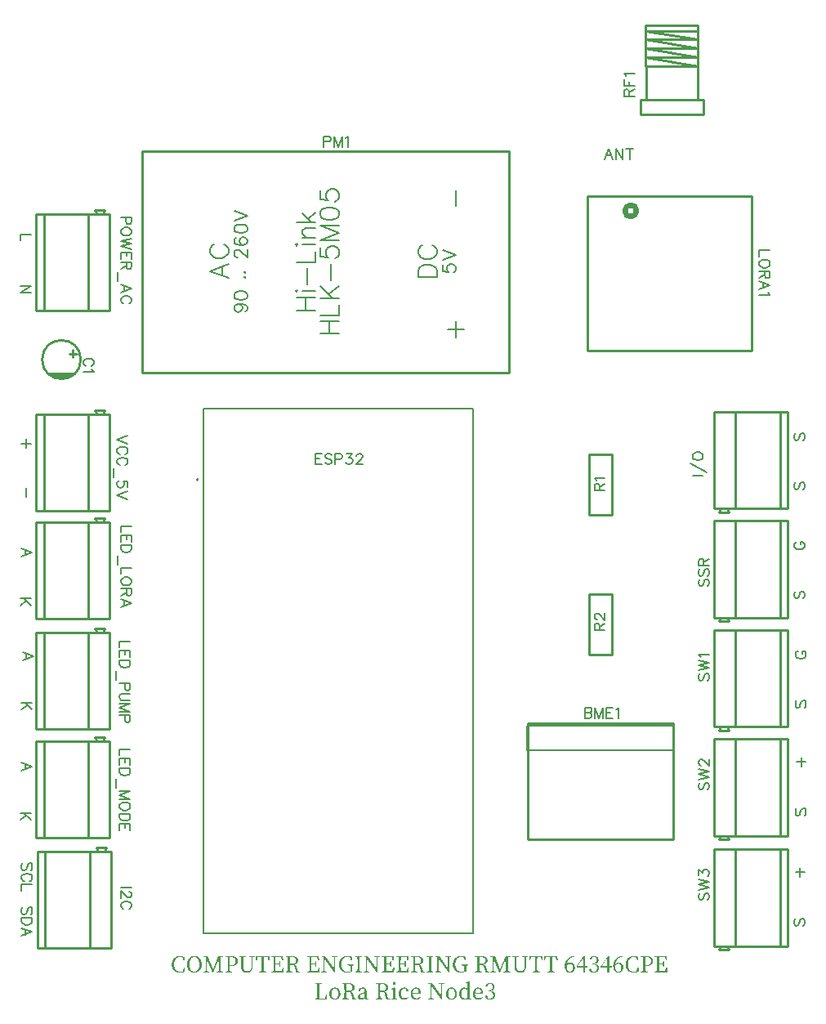
<source format=gto>
G04 Layer: TopSilkscreenLayer*
G04 EasyEDA v6.5.42, 2024-04-02 15:40:29*
G04 8b502a5043014c5c8b579c1251e0877e,acb5ada5342d49438264df6f97d5643c,10*
G04 Gerber Generator version 0.2*
G04 Scale: 100 percent, Rotated: No, Reflected: No *
G04 Dimensions in millimeters *
G04 leading zeros omitted , absolute positions ,4 integer and 5 decimal *
%FSLAX45Y45*%
%MOMM*%

%ADD10C,0.1524*%
%ADD11C,0.2032*%
%ADD12C,0.2540*%
%ADD13C,0.2030*%
%ADD14C,0.1270*%
%ADD15C,0.1999*%
%ADD16C,0.6000*%
%ADD17C,0.0110*%

%LPD*%
G36*
X2725928Y-1276350D02*
G01*
X2719882Y-1276553D01*
X2713990Y-1277112D01*
X2708300Y-1278026D01*
X2702712Y-1279296D01*
X2697327Y-1280871D01*
X2692095Y-1282852D01*
X2687066Y-1285087D01*
X2682240Y-1287678D01*
X2677668Y-1290523D01*
X2673248Y-1293723D01*
X2669133Y-1297178D01*
X2665222Y-1300937D01*
X2661564Y-1304950D01*
X2658211Y-1309217D01*
X2655062Y-1313688D01*
X2652268Y-1318463D01*
X2649728Y-1323441D01*
X2647492Y-1328623D01*
X2645562Y-1334058D01*
X2643987Y-1339697D01*
X2642717Y-1345488D01*
X2641854Y-1351483D01*
X2641295Y-1357630D01*
X2641092Y-1363980D01*
X2641295Y-1370380D01*
X2641803Y-1376629D01*
X2642666Y-1382674D01*
X2643886Y-1388516D01*
X2645410Y-1394155D01*
X2647289Y-1399590D01*
X2649423Y-1404823D01*
X2651912Y-1409750D01*
X2654655Y-1414526D01*
X2657703Y-1418996D01*
X2661056Y-1423212D01*
X2664663Y-1427175D01*
X2668524Y-1430883D01*
X2672638Y-1434287D01*
X2677007Y-1437436D01*
X2681579Y-1440281D01*
X2686405Y-1442821D01*
X2691434Y-1445006D01*
X2696718Y-1446936D01*
X2702204Y-1448511D01*
X2707843Y-1449730D01*
X2713685Y-1450644D01*
X2719730Y-1451152D01*
X2725928Y-1451356D01*
X2732633Y-1451203D01*
X2739186Y-1450644D01*
X2745638Y-1449781D01*
X2751937Y-1448511D01*
X2758135Y-1446885D01*
X2764231Y-1444802D01*
X2770276Y-1442313D01*
X2776220Y-1439418D01*
X2776474Y-1402588D01*
X2762758Y-1402588D01*
X2756662Y-1434338D01*
X2749448Y-1437233D01*
X2742234Y-1439113D01*
X2735072Y-1440129D01*
X2727960Y-1440434D01*
X2722626Y-1440230D01*
X2717495Y-1439621D01*
X2712516Y-1438656D01*
X2707741Y-1437284D01*
X2703169Y-1435506D01*
X2698851Y-1433372D01*
X2694736Y-1430832D01*
X2690825Y-1427937D01*
X2687218Y-1424635D01*
X2683814Y-1420977D01*
X2680716Y-1416913D01*
X2677922Y-1412494D01*
X2675382Y-1407718D01*
X2673146Y-1402537D01*
X2671216Y-1397050D01*
X2669641Y-1391158D01*
X2668371Y-1384909D01*
X2667508Y-1378254D01*
X2666949Y-1371295D01*
X2666746Y-1363980D01*
X2666949Y-1356664D01*
X2667558Y-1349756D01*
X2668524Y-1343152D01*
X2669895Y-1336903D01*
X2671572Y-1331010D01*
X2673604Y-1325473D01*
X2675940Y-1320292D01*
X2678633Y-1315466D01*
X2681579Y-1311046D01*
X2684780Y-1306931D01*
X2688234Y-1303274D01*
X2691993Y-1299921D01*
X2695956Y-1296974D01*
X2700121Y-1294434D01*
X2704490Y-1292250D01*
X2709011Y-1290472D01*
X2713736Y-1289100D01*
X2718612Y-1288084D01*
X2723591Y-1287475D01*
X2728722Y-1287272D01*
X2735173Y-1287627D01*
X2741574Y-1288745D01*
X2747924Y-1290675D01*
X2754376Y-1293622D01*
X2760472Y-1325372D01*
X2774188Y-1325372D01*
X2773934Y-1288796D01*
X2767736Y-1285494D01*
X2761488Y-1282801D01*
X2755290Y-1280617D01*
X2749194Y-1278940D01*
X2743149Y-1277721D01*
X2737205Y-1276959D01*
X2731465Y-1276502D01*
G37*
G36*
X2875788Y-1276350D02*
G01*
X2870860Y-1276502D01*
X2865983Y-1277010D01*
X2861208Y-1277874D01*
X2856433Y-1279042D01*
X2851759Y-1280515D01*
X2847187Y-1282344D01*
X2842717Y-1284427D01*
X2838399Y-1286865D01*
X2834233Y-1289608D01*
X2830169Y-1292656D01*
X2826308Y-1295958D01*
X2822651Y-1299565D01*
X2819196Y-1303477D01*
X2815996Y-1307693D01*
X2812948Y-1312164D01*
X2810205Y-1316888D01*
X2807716Y-1321866D01*
X2805531Y-1327150D01*
X2803601Y-1332687D01*
X2802026Y-1338427D01*
X2800756Y-1344472D01*
X2799842Y-1350721D01*
X2799283Y-1357223D01*
X2799080Y-1363980D01*
X2824988Y-1363980D01*
X2825089Y-1358087D01*
X2825445Y-1352245D01*
X2826054Y-1346504D01*
X2827985Y-1335379D01*
X2830931Y-1324914D01*
X2832760Y-1319987D01*
X2834894Y-1315262D01*
X2837230Y-1310843D01*
X2839872Y-1306728D01*
X2842768Y-1302918D01*
X2845917Y-1299464D01*
X2849372Y-1296416D01*
X2853080Y-1293723D01*
X2857042Y-1291488D01*
X2861310Y-1289659D01*
X2865831Y-1288338D01*
X2870657Y-1287526D01*
X2875788Y-1287272D01*
X2880868Y-1287526D01*
X2885643Y-1288338D01*
X2890164Y-1289659D01*
X2894330Y-1291488D01*
X2898292Y-1293723D01*
X2901950Y-1296416D01*
X2905302Y-1299464D01*
X2908452Y-1302918D01*
X2911297Y-1306728D01*
X2913837Y-1310843D01*
X2916174Y-1315262D01*
X2918256Y-1319987D01*
X2920034Y-1324914D01*
X2921609Y-1330045D01*
X2923946Y-1340866D01*
X2925368Y-1352245D01*
X2925724Y-1358087D01*
X2925724Y-1369872D01*
X2925368Y-1375714D01*
X2923946Y-1387094D01*
X2921609Y-1397914D01*
X2920034Y-1403045D01*
X2918256Y-1407972D01*
X2916174Y-1412697D01*
X2913837Y-1417116D01*
X2911297Y-1421231D01*
X2908452Y-1425041D01*
X2905302Y-1428496D01*
X2901950Y-1431544D01*
X2898292Y-1434236D01*
X2894330Y-1436471D01*
X2890164Y-1438300D01*
X2885643Y-1439621D01*
X2880868Y-1440434D01*
X2875788Y-1440688D01*
X2870657Y-1440434D01*
X2865831Y-1439621D01*
X2861310Y-1438300D01*
X2857042Y-1436471D01*
X2853080Y-1434236D01*
X2849372Y-1431544D01*
X2845917Y-1428496D01*
X2842768Y-1425041D01*
X2839872Y-1421231D01*
X2837230Y-1417116D01*
X2834894Y-1412697D01*
X2832760Y-1407972D01*
X2830931Y-1403045D01*
X2827985Y-1392580D01*
X2826054Y-1381455D01*
X2825445Y-1375714D01*
X2825089Y-1369872D01*
X2824988Y-1363980D01*
X2799080Y-1363980D01*
X2799283Y-1370939D01*
X2799842Y-1377645D01*
X2800756Y-1384046D01*
X2802026Y-1390192D01*
X2803601Y-1396085D01*
X2805480Y-1401622D01*
X2807665Y-1406906D01*
X2810154Y-1411935D01*
X2812897Y-1416608D01*
X2815894Y-1421028D01*
X2819146Y-1425194D01*
X2822600Y-1429004D01*
X2826207Y-1432560D01*
X2830068Y-1435760D01*
X2834081Y-1438706D01*
X2838297Y-1441348D01*
X2842615Y-1443685D01*
X2847086Y-1445717D01*
X2851658Y-1447444D01*
X2856331Y-1448816D01*
X2861106Y-1449933D01*
X2865932Y-1450746D01*
X2870860Y-1451203D01*
X2875788Y-1451356D01*
X2880715Y-1451203D01*
X2885541Y-1450695D01*
X2890367Y-1449882D01*
X2895092Y-1448714D01*
X2899765Y-1447241D01*
X2904286Y-1445463D01*
X2908757Y-1443380D01*
X2913024Y-1440942D01*
X2917190Y-1438249D01*
X2921203Y-1435252D01*
X2925013Y-1431950D01*
X2928670Y-1428343D01*
X2932074Y-1424432D01*
X2935274Y-1420266D01*
X2938272Y-1415846D01*
X2940964Y-1411122D01*
X2943453Y-1406144D01*
X2945638Y-1400860D01*
X2947517Y-1395374D01*
X2949092Y-1389583D01*
X2950311Y-1383538D01*
X2951226Y-1377289D01*
X2951784Y-1370736D01*
X2951988Y-1363980D01*
X2951784Y-1357020D01*
X2951226Y-1350365D01*
X2950311Y-1343964D01*
X2949041Y-1337818D01*
X2947466Y-1331976D01*
X2945536Y-1326388D01*
X2943352Y-1321104D01*
X2940862Y-1316075D01*
X2938119Y-1311351D01*
X2935122Y-1306931D01*
X2931922Y-1302766D01*
X2928467Y-1298905D01*
X2924810Y-1295349D01*
X2921000Y-1292098D01*
X2916986Y-1289151D01*
X2912821Y-1286459D01*
X2908503Y-1284122D01*
X2904083Y-1282090D01*
X2899562Y-1280312D01*
X2894939Y-1278890D01*
X2890215Y-1277772D01*
X2885440Y-1277010D01*
X2880614Y-1276502D01*
G37*
G36*
X4459478Y-1276350D02*
G01*
X4453280Y-1276553D01*
X4447235Y-1277112D01*
X4441393Y-1278026D01*
X4435703Y-1279296D01*
X4430217Y-1280922D01*
X4424934Y-1282903D01*
X4419854Y-1285189D01*
X4414977Y-1287780D01*
X4410354Y-1290675D01*
X4405985Y-1293876D01*
X4401820Y-1297381D01*
X4397959Y-1301089D01*
X4394301Y-1305153D01*
X4390948Y-1309420D01*
X4387900Y-1313942D01*
X4385106Y-1318666D01*
X4382566Y-1323644D01*
X4380382Y-1328877D01*
X4378502Y-1334262D01*
X4376978Y-1339850D01*
X4375759Y-1345641D01*
X4374845Y-1351584D01*
X4374337Y-1357680D01*
X4374134Y-1363980D01*
X4374286Y-1370279D01*
X4374845Y-1376426D01*
X4375708Y-1382369D01*
X4376928Y-1388160D01*
X4378452Y-1393799D01*
X4380280Y-1399184D01*
X4382414Y-1404366D01*
X4384903Y-1409344D01*
X4387646Y-1414068D01*
X4390694Y-1418539D01*
X4393996Y-1422806D01*
X4397552Y-1426819D01*
X4401413Y-1430528D01*
X4405528Y-1433982D01*
X4409846Y-1437182D01*
X4414418Y-1440027D01*
X4419244Y-1442618D01*
X4424273Y-1444904D01*
X4429556Y-1446834D01*
X4434992Y-1448409D01*
X4440631Y-1449679D01*
X4446473Y-1450594D01*
X4452518Y-1451152D01*
X4458716Y-1451356D01*
X4466234Y-1451102D01*
X4473448Y-1450390D01*
X4480407Y-1449171D01*
X4487164Y-1447546D01*
X4493768Y-1445463D01*
X4500270Y-1442974D01*
X4506772Y-1440129D01*
X4513326Y-1436878D01*
X4513478Y-1401470D01*
X4513834Y-1378204D01*
X4529074Y-1376680D01*
X4529074Y-1368044D01*
X4463796Y-1368044D01*
X4463796Y-1376680D01*
X4490466Y-1378712D01*
X4490720Y-1435354D01*
X4483912Y-1437640D01*
X4477054Y-1439214D01*
X4470044Y-1440129D01*
X4462780Y-1440434D01*
X4457141Y-1440230D01*
X4451705Y-1439570D01*
X4446524Y-1438554D01*
X4441545Y-1437081D01*
X4436821Y-1435252D01*
X4432300Y-1433017D01*
X4428083Y-1430375D01*
X4424121Y-1427327D01*
X4420412Y-1423974D01*
X4417009Y-1420215D01*
X4413910Y-1416100D01*
X4411065Y-1411630D01*
X4408576Y-1406804D01*
X4406341Y-1401673D01*
X4404461Y-1396187D01*
X4402886Y-1390345D01*
X4401667Y-1384249D01*
X4400753Y-1377797D01*
X4400245Y-1371041D01*
X4400042Y-1363980D01*
X4400245Y-1356817D01*
X4400804Y-1349959D01*
X4401769Y-1343456D01*
X4403039Y-1337259D01*
X4404664Y-1331417D01*
X4406646Y-1325880D01*
X4408932Y-1320749D01*
X4411522Y-1315923D01*
X4414418Y-1311452D01*
X4417618Y-1307338D01*
X4421022Y-1303578D01*
X4424730Y-1300226D01*
X4428693Y-1297228D01*
X4432858Y-1294638D01*
X4437227Y-1292402D01*
X4441799Y-1290574D01*
X4446625Y-1289151D01*
X4451604Y-1288084D01*
X4456734Y-1287475D01*
X4462018Y-1287272D01*
X4469587Y-1287729D01*
X4476800Y-1289050D01*
X4483709Y-1291336D01*
X4490466Y-1294638D01*
X4496562Y-1325626D01*
X4510024Y-1325626D01*
X4509516Y-1288796D01*
X4504283Y-1285798D01*
X4498898Y-1283208D01*
X4493209Y-1281074D01*
X4487265Y-1279347D01*
X4480966Y-1278026D01*
X4474260Y-1277061D01*
X4467098Y-1276553D01*
G37*
G36*
X5640070Y-1276350D02*
G01*
X5633872Y-1276553D01*
X5627827Y-1277112D01*
X5621985Y-1278026D01*
X5616295Y-1279296D01*
X5610809Y-1280922D01*
X5605526Y-1282903D01*
X5600446Y-1285189D01*
X5595569Y-1287780D01*
X5590946Y-1290675D01*
X5586577Y-1293876D01*
X5582412Y-1297381D01*
X5578551Y-1301089D01*
X5574893Y-1305153D01*
X5571540Y-1309420D01*
X5568492Y-1313942D01*
X5565698Y-1318666D01*
X5563158Y-1323644D01*
X5560974Y-1328877D01*
X5559094Y-1334262D01*
X5557570Y-1339850D01*
X5556351Y-1345641D01*
X5555437Y-1351584D01*
X5554929Y-1357680D01*
X5554726Y-1363980D01*
X5554878Y-1370279D01*
X5555437Y-1376426D01*
X5556300Y-1382369D01*
X5557520Y-1388160D01*
X5559044Y-1393799D01*
X5560872Y-1399184D01*
X5563006Y-1404366D01*
X5565495Y-1409344D01*
X5568238Y-1414068D01*
X5571286Y-1418539D01*
X5574588Y-1422806D01*
X5578144Y-1426819D01*
X5582005Y-1430528D01*
X5586120Y-1433982D01*
X5590438Y-1437182D01*
X5595010Y-1440027D01*
X5599836Y-1442618D01*
X5604865Y-1444904D01*
X5610148Y-1446834D01*
X5615584Y-1448409D01*
X5621223Y-1449679D01*
X5627065Y-1450594D01*
X5633110Y-1451152D01*
X5639308Y-1451356D01*
X5646775Y-1451102D01*
X5653938Y-1450390D01*
X5660898Y-1449171D01*
X5667654Y-1447546D01*
X5674207Y-1445463D01*
X5680760Y-1442974D01*
X5687212Y-1440129D01*
X5693664Y-1436878D01*
X5693867Y-1401470D01*
X5694426Y-1378204D01*
X5709412Y-1376680D01*
X5709412Y-1368044D01*
X5644388Y-1368044D01*
X5644388Y-1376680D01*
X5670804Y-1378712D01*
X5671312Y-1419809D01*
X5671312Y-1435354D01*
X5664352Y-1437640D01*
X5657494Y-1439214D01*
X5650484Y-1440129D01*
X5643118Y-1440434D01*
X5637479Y-1440230D01*
X5632043Y-1439570D01*
X5626862Y-1438554D01*
X5621883Y-1437081D01*
X5617159Y-1435252D01*
X5612688Y-1433017D01*
X5608523Y-1430375D01*
X5604560Y-1427327D01*
X5600903Y-1423974D01*
X5597499Y-1420215D01*
X5594400Y-1416100D01*
X5591606Y-1411630D01*
X5589066Y-1406804D01*
X5586882Y-1401673D01*
X5585002Y-1396187D01*
X5583428Y-1390345D01*
X5582208Y-1384249D01*
X5581345Y-1377797D01*
X5580837Y-1371041D01*
X5580634Y-1363980D01*
X5580837Y-1356817D01*
X5581396Y-1349959D01*
X5582310Y-1343456D01*
X5583631Y-1337259D01*
X5585256Y-1331417D01*
X5587187Y-1325880D01*
X5589473Y-1320749D01*
X5592064Y-1315923D01*
X5594959Y-1311452D01*
X5598109Y-1307338D01*
X5601512Y-1303578D01*
X5605221Y-1300226D01*
X5609132Y-1297228D01*
X5613298Y-1294638D01*
X5617718Y-1292402D01*
X5622290Y-1290574D01*
X5627116Y-1289151D01*
X5632094Y-1288084D01*
X5637276Y-1287475D01*
X5642610Y-1287272D01*
X5650179Y-1287729D01*
X5657392Y-1289050D01*
X5664200Y-1291336D01*
X5670804Y-1294638D01*
X5677154Y-1325626D01*
X5690616Y-1325626D01*
X5690108Y-1288796D01*
X5684875Y-1285798D01*
X5679490Y-1283208D01*
X5673801Y-1281074D01*
X5667857Y-1279347D01*
X5661558Y-1278026D01*
X5654852Y-1277061D01*
X5647690Y-1276553D01*
G37*
G36*
X7428230Y-1276350D02*
G01*
X7422184Y-1276553D01*
X7416292Y-1277112D01*
X7410602Y-1278026D01*
X7405014Y-1279296D01*
X7399629Y-1280871D01*
X7394397Y-1282852D01*
X7389368Y-1285087D01*
X7384542Y-1287678D01*
X7379970Y-1290523D01*
X7375550Y-1293723D01*
X7371435Y-1297178D01*
X7367524Y-1300937D01*
X7363866Y-1304950D01*
X7360513Y-1309217D01*
X7357364Y-1313688D01*
X7354570Y-1318463D01*
X7352030Y-1323441D01*
X7349794Y-1328623D01*
X7347864Y-1334058D01*
X7346289Y-1339697D01*
X7345019Y-1345488D01*
X7344156Y-1351483D01*
X7343597Y-1357630D01*
X7343394Y-1363980D01*
X7343597Y-1370380D01*
X7344105Y-1376629D01*
X7344968Y-1382674D01*
X7346188Y-1388516D01*
X7347712Y-1394155D01*
X7349591Y-1399590D01*
X7351725Y-1404823D01*
X7354214Y-1409750D01*
X7356957Y-1414526D01*
X7360005Y-1418996D01*
X7363358Y-1423212D01*
X7366965Y-1427175D01*
X7370825Y-1430883D01*
X7374940Y-1434287D01*
X7379309Y-1437436D01*
X7383881Y-1440281D01*
X7388707Y-1442821D01*
X7393736Y-1445006D01*
X7399020Y-1446936D01*
X7404506Y-1448511D01*
X7410145Y-1449730D01*
X7415987Y-1450644D01*
X7422032Y-1451152D01*
X7428230Y-1451356D01*
X7434935Y-1451203D01*
X7441488Y-1450644D01*
X7447940Y-1449781D01*
X7454239Y-1448511D01*
X7460437Y-1446885D01*
X7466533Y-1444802D01*
X7472578Y-1442313D01*
X7478522Y-1439418D01*
X7478775Y-1402588D01*
X7465059Y-1402588D01*
X7458964Y-1434338D01*
X7451750Y-1437233D01*
X7444536Y-1439113D01*
X7437374Y-1440129D01*
X7430262Y-1440434D01*
X7424928Y-1440230D01*
X7419797Y-1439621D01*
X7414818Y-1438656D01*
X7410043Y-1437284D01*
X7405471Y-1435506D01*
X7401153Y-1433372D01*
X7397038Y-1430832D01*
X7393127Y-1427937D01*
X7389520Y-1424635D01*
X7386116Y-1420977D01*
X7383018Y-1416913D01*
X7380224Y-1412494D01*
X7377684Y-1407718D01*
X7375448Y-1402537D01*
X7373518Y-1397050D01*
X7371943Y-1391158D01*
X7370673Y-1384909D01*
X7369809Y-1378254D01*
X7369251Y-1371295D01*
X7369048Y-1363980D01*
X7369251Y-1356664D01*
X7369860Y-1349756D01*
X7370825Y-1343152D01*
X7372197Y-1336903D01*
X7373874Y-1331010D01*
X7375906Y-1325473D01*
X7378242Y-1320292D01*
X7380935Y-1315466D01*
X7383881Y-1311046D01*
X7387081Y-1306931D01*
X7390536Y-1303274D01*
X7394295Y-1299921D01*
X7398258Y-1296974D01*
X7402423Y-1294434D01*
X7406792Y-1292250D01*
X7411313Y-1290472D01*
X7416038Y-1289100D01*
X7420914Y-1288084D01*
X7425893Y-1287475D01*
X7431024Y-1287272D01*
X7437475Y-1287627D01*
X7443825Y-1288745D01*
X7450226Y-1290675D01*
X7456678Y-1293622D01*
X7462774Y-1325372D01*
X7476490Y-1325372D01*
X7476236Y-1288796D01*
X7470038Y-1285494D01*
X7463790Y-1282801D01*
X7457592Y-1280617D01*
X7451445Y-1278940D01*
X7445451Y-1277721D01*
X7439507Y-1276959D01*
X7433767Y-1276502D01*
G37*
G36*
X6810248Y-1276858D02*
G01*
X6803694Y-1277772D01*
X6791299Y-1280414D01*
X6785406Y-1282141D01*
X6779717Y-1284071D01*
X6768998Y-1288694D01*
X6764020Y-1291336D01*
X6754672Y-1297279D01*
X6750354Y-1300530D01*
X6746240Y-1303985D01*
X6742379Y-1307642D01*
X6738772Y-1311452D01*
X6735368Y-1315466D01*
X6732219Y-1319580D01*
X6729272Y-1323898D01*
X6724192Y-1332941D01*
X6722008Y-1337665D01*
X6720078Y-1342491D01*
X6718401Y-1347470D01*
X6716979Y-1352550D01*
X6715810Y-1357680D01*
X6714896Y-1362964D01*
X6714236Y-1368298D01*
X6713819Y-1375918D01*
X6735572Y-1375918D01*
X6735572Y-1371092D01*
X6743293Y-1365453D01*
X6751421Y-1361643D01*
X6759702Y-1359560D01*
X6767830Y-1358900D01*
X6774281Y-1359509D01*
X6780072Y-1361287D01*
X6785152Y-1364335D01*
X6789470Y-1368602D01*
X6792925Y-1374241D01*
X6795465Y-1381201D01*
X6796989Y-1389532D01*
X6797548Y-1399286D01*
X6797294Y-1406042D01*
X6796582Y-1412189D01*
X6795465Y-1417777D01*
X6793890Y-1422755D01*
X6791909Y-1427124D01*
X6789572Y-1430934D01*
X6786829Y-1434134D01*
X6783781Y-1436776D01*
X6780377Y-1438808D01*
X6776720Y-1440281D01*
X6772808Y-1441145D01*
X6768592Y-1441450D01*
X6764832Y-1441196D01*
X6761276Y-1440434D01*
X6757924Y-1439113D01*
X6754774Y-1437335D01*
X6751828Y-1434998D01*
X6749084Y-1432153D01*
X6746595Y-1428800D01*
X6744360Y-1424990D01*
X6742379Y-1420622D01*
X6740601Y-1415745D01*
X6739077Y-1410360D01*
X6737858Y-1404467D01*
X6736842Y-1398117D01*
X6736130Y-1391208D01*
X6735724Y-1383792D01*
X6735572Y-1375918D01*
X6713819Y-1375918D01*
X6713728Y-1379220D01*
X6713981Y-1387449D01*
X6714693Y-1395222D01*
X6715861Y-1402537D01*
X6717487Y-1409395D01*
X6719570Y-1415796D01*
X6722059Y-1421739D01*
X6725005Y-1427124D01*
X6728307Y-1432001D01*
X6732016Y-1436370D01*
X6736080Y-1440230D01*
X6740550Y-1443482D01*
X6745325Y-1446174D01*
X6750456Y-1448308D01*
X6755942Y-1449832D01*
X6761734Y-1450797D01*
X6767830Y-1451102D01*
X6773367Y-1450848D01*
X6778701Y-1450136D01*
X6783781Y-1449019D01*
X6788607Y-1447393D01*
X6793128Y-1445310D01*
X6797344Y-1442821D01*
X6801256Y-1439926D01*
X6804812Y-1436573D01*
X6808012Y-1432814D01*
X6810857Y-1428648D01*
X6813346Y-1424127D01*
X6815378Y-1419148D01*
X6817004Y-1413865D01*
X6818172Y-1408176D01*
X6818884Y-1402130D01*
X6819138Y-1395730D01*
X6818782Y-1388262D01*
X6817664Y-1381353D01*
X6815836Y-1374902D01*
X6813397Y-1369009D01*
X6810298Y-1363726D01*
X6806590Y-1359052D01*
X6802323Y-1355039D01*
X6797548Y-1351635D01*
X6792264Y-1348994D01*
X6786473Y-1347012D01*
X6780275Y-1345844D01*
X6773672Y-1345438D01*
X6768592Y-1345692D01*
X6763562Y-1346504D01*
X6758635Y-1347774D01*
X6753859Y-1349603D01*
X6749237Y-1351940D01*
X6744716Y-1354785D01*
X6740448Y-1358087D01*
X6736334Y-1361948D01*
X6737146Y-1355902D01*
X6738213Y-1350111D01*
X6739585Y-1344523D01*
X6741210Y-1339138D01*
X6743192Y-1334008D01*
X6745478Y-1329080D01*
X6748018Y-1324356D01*
X6750913Y-1319885D01*
X6754114Y-1315618D01*
X6757619Y-1311554D01*
X6761480Y-1307744D01*
X6765645Y-1304137D01*
X6770166Y-1300784D01*
X6775043Y-1297635D01*
X6780225Y-1294688D01*
X6785762Y-1291996D01*
X6791655Y-1289507D01*
X6797903Y-1287272D01*
X6804558Y-1285240D01*
X6811518Y-1283462D01*
G37*
G36*
X7017003Y-1276858D02*
G01*
X7011314Y-1277061D01*
X7005828Y-1277721D01*
X7000595Y-1278839D01*
X6995617Y-1280363D01*
X6990994Y-1282344D01*
X6986676Y-1284782D01*
X6982764Y-1287678D01*
X6979259Y-1291031D01*
X6976262Y-1294841D01*
X6973722Y-1299159D01*
X6971690Y-1303883D01*
X6970268Y-1309116D01*
X6972300Y-1313129D01*
X6974941Y-1315821D01*
X6978192Y-1317294D01*
X6981952Y-1317752D01*
X6987082Y-1316837D01*
X6990994Y-1314043D01*
X6993890Y-1309268D01*
X6996175Y-1302512D01*
X7000240Y-1288034D01*
X7003592Y-1287322D01*
X7009587Y-1286764D01*
X7012178Y-1286764D01*
X7019188Y-1287272D01*
X7025436Y-1288846D01*
X7030770Y-1291488D01*
X7035241Y-1295044D01*
X7038746Y-1299616D01*
X7041337Y-1305102D01*
X7042912Y-1311503D01*
X7043420Y-1318768D01*
X7043115Y-1324203D01*
X7042251Y-1329232D01*
X7040829Y-1333804D01*
X7038898Y-1337919D01*
X7036460Y-1341577D01*
X7033514Y-1344777D01*
X7030110Y-1347520D01*
X7026249Y-1349756D01*
X7021982Y-1351534D01*
X7017308Y-1352804D01*
X7012279Y-1353566D01*
X7006844Y-1353820D01*
X6996938Y-1353820D01*
X6996938Y-1364996D01*
X7008875Y-1364996D01*
X7015073Y-1365300D01*
X7020763Y-1366215D01*
X7025894Y-1367637D01*
X7030466Y-1369669D01*
X7034530Y-1372209D01*
X7038035Y-1375257D01*
X7040981Y-1378813D01*
X7043420Y-1382826D01*
X7045299Y-1387297D01*
X7046671Y-1392174D01*
X7047484Y-1397457D01*
X7047738Y-1403096D01*
X7047433Y-1408582D01*
X7046620Y-1413764D01*
X7045198Y-1418640D01*
X7043267Y-1423111D01*
X7040829Y-1427124D01*
X7037882Y-1430731D01*
X7034377Y-1433880D01*
X7030415Y-1436522D01*
X7025995Y-1438656D01*
X7021068Y-1440180D01*
X7015683Y-1441145D01*
X7009892Y-1441450D01*
X7002983Y-1441043D01*
X6995668Y-1439672D01*
X6991603Y-1424686D01*
X6989267Y-1417269D01*
X6986473Y-1412138D01*
X6982815Y-1409141D01*
X6977888Y-1408176D01*
X6974128Y-1408684D01*
X6970826Y-1410157D01*
X6968032Y-1412697D01*
X6965696Y-1416304D01*
X6967118Y-1422044D01*
X6969099Y-1427276D01*
X6971639Y-1431899D01*
X6974636Y-1436065D01*
X6978142Y-1439672D01*
X6982053Y-1442770D01*
X6986422Y-1445361D01*
X6991197Y-1447444D01*
X6996328Y-1449070D01*
X7001814Y-1450187D01*
X7007606Y-1450898D01*
X7013702Y-1451102D01*
X7019798Y-1450848D01*
X7025640Y-1450187D01*
X7031228Y-1449070D01*
X7036460Y-1447495D01*
X7041388Y-1445564D01*
X7046010Y-1443228D01*
X7050227Y-1440535D01*
X7054138Y-1437538D01*
X7057593Y-1434185D01*
X7060692Y-1430528D01*
X7063333Y-1426565D01*
X7065518Y-1422400D01*
X7067296Y-1417929D01*
X7068566Y-1413256D01*
X7069328Y-1408430D01*
X7069581Y-1403350D01*
X7069328Y-1397863D01*
X7068515Y-1392682D01*
X7067143Y-1387754D01*
X7065264Y-1383131D01*
X7062774Y-1378864D01*
X7059726Y-1374902D01*
X7056120Y-1371295D01*
X7051903Y-1368094D01*
X7047077Y-1365250D01*
X7041642Y-1362862D01*
X7035596Y-1360932D01*
X7028942Y-1359408D01*
X7037019Y-1356360D01*
X7044131Y-1352600D01*
X7050227Y-1348181D01*
X7055307Y-1343152D01*
X7059269Y-1337564D01*
X7062165Y-1331417D01*
X7063892Y-1324813D01*
X7064502Y-1317752D01*
X7064146Y-1311808D01*
X7063028Y-1306271D01*
X7061200Y-1301089D01*
X7058659Y-1296314D01*
X7055510Y-1291996D01*
X7051700Y-1288135D01*
X7047280Y-1284833D01*
X7042302Y-1282039D01*
X7036765Y-1279804D01*
X7030669Y-1278178D01*
X7024065Y-1277213D01*
G37*
G36*
X7312152Y-1276858D02*
G01*
X7305598Y-1277772D01*
X7293203Y-1280414D01*
X7287310Y-1282141D01*
X7281621Y-1284071D01*
X7270902Y-1288694D01*
X7265924Y-1291336D01*
X7256576Y-1297279D01*
X7252258Y-1300530D01*
X7248144Y-1303985D01*
X7244283Y-1307642D01*
X7240676Y-1311452D01*
X7237272Y-1315466D01*
X7234123Y-1319580D01*
X7231176Y-1323898D01*
X7226096Y-1332941D01*
X7223912Y-1337665D01*
X7221981Y-1342491D01*
X7220305Y-1347470D01*
X7218883Y-1352550D01*
X7217714Y-1357680D01*
X7216800Y-1362964D01*
X7216140Y-1368298D01*
X7215723Y-1375918D01*
X7237730Y-1375918D01*
X7237730Y-1371092D01*
X7245400Y-1365453D01*
X7253478Y-1361643D01*
X7261758Y-1359560D01*
X7269988Y-1358900D01*
X7276388Y-1359509D01*
X7282129Y-1361287D01*
X7287209Y-1364335D01*
X7291527Y-1368602D01*
X7294981Y-1374241D01*
X7297572Y-1381201D01*
X7299147Y-1389532D01*
X7299706Y-1399286D01*
X7299452Y-1406042D01*
X7298740Y-1412189D01*
X7297572Y-1417777D01*
X7295946Y-1422755D01*
X7293965Y-1427124D01*
X7291578Y-1430934D01*
X7288834Y-1434134D01*
X7285736Y-1436776D01*
X7282332Y-1438808D01*
X7278674Y-1440281D01*
X7274712Y-1441145D01*
X7270496Y-1441450D01*
X7266736Y-1441196D01*
X7263180Y-1440434D01*
X7259828Y-1439113D01*
X7256678Y-1437335D01*
X7253782Y-1434998D01*
X7251090Y-1432153D01*
X7248601Y-1428800D01*
X7246416Y-1424990D01*
X7244435Y-1420622D01*
X7242657Y-1415745D01*
X7241184Y-1410360D01*
X7239965Y-1404467D01*
X7239000Y-1398117D01*
X7238288Y-1391208D01*
X7237882Y-1383792D01*
X7237730Y-1375918D01*
X7215723Y-1375918D01*
X7215631Y-1379220D01*
X7215886Y-1387449D01*
X7216597Y-1395222D01*
X7217765Y-1402537D01*
X7219391Y-1409395D01*
X7221474Y-1415796D01*
X7224014Y-1421739D01*
X7226909Y-1427124D01*
X7230211Y-1432001D01*
X7233970Y-1436370D01*
X7238034Y-1440230D01*
X7242505Y-1443482D01*
X7247331Y-1446174D01*
X7252512Y-1448308D01*
X7258050Y-1449832D01*
X7263841Y-1450797D01*
X7269988Y-1451102D01*
X7275525Y-1450848D01*
X7280859Y-1450136D01*
X7285939Y-1449019D01*
X7290714Y-1447393D01*
X7295235Y-1445310D01*
X7299401Y-1442821D01*
X7303312Y-1439926D01*
X7306868Y-1436573D01*
X7310018Y-1432814D01*
X7312863Y-1428648D01*
X7315301Y-1424127D01*
X7317333Y-1419148D01*
X7318908Y-1413865D01*
X7320076Y-1408176D01*
X7320788Y-1402130D01*
X7321042Y-1395730D01*
X7320686Y-1388262D01*
X7319568Y-1381353D01*
X7317740Y-1374902D01*
X7315301Y-1369009D01*
X7312202Y-1363726D01*
X7308494Y-1359052D01*
X7304227Y-1355039D01*
X7299452Y-1351635D01*
X7294168Y-1348994D01*
X7288377Y-1347012D01*
X7282180Y-1345844D01*
X7275575Y-1345438D01*
X7270496Y-1345692D01*
X7265466Y-1346504D01*
X7260539Y-1347774D01*
X7255814Y-1349603D01*
X7251192Y-1351940D01*
X7246772Y-1354785D01*
X7242505Y-1358087D01*
X7238492Y-1361948D01*
X7239304Y-1355902D01*
X7240371Y-1350111D01*
X7241743Y-1344523D01*
X7243368Y-1339138D01*
X7245350Y-1334008D01*
X7247636Y-1329080D01*
X7250175Y-1324356D01*
X7253071Y-1319885D01*
X7256272Y-1315618D01*
X7259777Y-1311554D01*
X7263638Y-1307744D01*
X7267803Y-1304137D01*
X7272324Y-1300784D01*
X7277201Y-1297635D01*
X7282383Y-1294688D01*
X7287920Y-1291996D01*
X7293813Y-1289507D01*
X7300061Y-1287272D01*
X7306716Y-1285240D01*
X7313675Y-1283462D01*
G37*
G36*
X6910070Y-1277620D02*
G01*
X6837928Y-1380998D01*
X6848602Y-1380998D01*
X6903974Y-1301242D01*
X6903974Y-1380998D01*
X6837928Y-1380998D01*
X6836156Y-1383538D01*
X6836156Y-1395730D01*
X6903974Y-1395730D01*
X6903974Y-1447800D01*
X6924040Y-1447800D01*
X6924040Y-1395730D01*
X6950456Y-1395730D01*
X6950456Y-1380998D01*
X6924040Y-1380998D01*
X6924040Y-1277620D01*
G37*
G36*
X7161022Y-1277620D02*
G01*
X7088880Y-1380998D01*
X7099553Y-1380998D01*
X7154925Y-1301242D01*
X7154925Y-1380998D01*
X7088880Y-1380998D01*
X7087108Y-1383538D01*
X7087108Y-1395730D01*
X7154925Y-1395730D01*
X7154925Y-1447800D01*
X7174992Y-1447800D01*
X7174992Y-1395730D01*
X7201662Y-1395730D01*
X7201662Y-1380998D01*
X7174992Y-1380998D01*
X7174992Y-1277620D01*
G37*
G36*
X2969006Y-1280160D02*
G01*
X2969006Y-1288796D01*
X2991866Y-1291590D01*
X2991612Y-1435862D01*
X2969006Y-1439164D01*
X2969006Y-1447800D01*
X3025140Y-1447800D01*
X3025140Y-1439164D01*
X3003296Y-1435862D01*
X3003245Y-1354886D01*
X3002026Y-1304290D01*
X3060446Y-1447800D01*
X3071114Y-1447800D01*
X3127756Y-1303782D01*
X3127451Y-1403858D01*
X3126994Y-1436624D01*
X3105404Y-1439164D01*
X3105404Y-1447800D01*
X3173476Y-1447800D01*
X3173476Y-1439164D01*
X3150362Y-1436624D01*
X3149854Y-1392326D01*
X3150057Y-1307795D01*
X3150362Y-1291336D01*
X3173730Y-1288796D01*
X3173730Y-1280160D01*
X3125470Y-1280160D01*
X3071114Y-1419352D01*
X3014726Y-1280160D01*
G37*
G36*
X3196336Y-1280160D02*
G01*
X3196336Y-1288796D01*
X3219704Y-1291336D01*
X3219958Y-1370838D01*
X3242818Y-1370838D01*
X3242919Y-1318006D01*
X3243326Y-1290066D01*
X3259328Y-1290066D01*
X3266490Y-1290370D01*
X3272942Y-1291234D01*
X3278784Y-1292707D01*
X3283915Y-1294739D01*
X3288436Y-1297330D01*
X3292297Y-1300480D01*
X3295548Y-1304137D01*
X3298139Y-1308303D01*
X3300171Y-1312976D01*
X3301644Y-1318158D01*
X3302457Y-1323848D01*
X3302762Y-1329944D01*
X3302508Y-1335836D01*
X3301695Y-1341374D01*
X3300323Y-1346504D01*
X3298393Y-1351280D01*
X3295802Y-1355598D01*
X3292601Y-1359458D01*
X3288741Y-1362811D01*
X3284220Y-1365605D01*
X3278987Y-1367840D01*
X3272993Y-1369466D01*
X3266287Y-1370482D01*
X3258820Y-1370838D01*
X3219958Y-1370838D01*
X3219704Y-1436624D01*
X3196336Y-1439164D01*
X3196336Y-1447800D01*
X3267202Y-1447800D01*
X3267202Y-1439164D01*
X3243326Y-1436370D01*
X3242868Y-1408379D01*
X3242818Y-1380744D01*
X3256279Y-1380744D01*
X3265373Y-1380490D01*
X3273755Y-1379677D01*
X3281426Y-1378407D01*
X3288436Y-1376680D01*
X3294837Y-1374546D01*
X3300577Y-1371955D01*
X3305657Y-1369009D01*
X3310178Y-1365707D01*
X3314090Y-1362100D01*
X3317443Y-1358188D01*
X3320237Y-1353972D01*
X3322523Y-1349552D01*
X3324199Y-1344930D01*
X3325418Y-1340053D01*
X3326129Y-1335074D01*
X3326384Y-1329944D01*
X3326129Y-1324508D01*
X3325418Y-1319276D01*
X3324199Y-1314297D01*
X3322472Y-1309624D01*
X3320287Y-1305204D01*
X3317595Y-1301140D01*
X3314395Y-1297330D01*
X3310686Y-1293926D01*
X3306521Y-1290828D01*
X3301847Y-1288084D01*
X3296665Y-1285697D01*
X3291027Y-1283766D01*
X3284880Y-1282192D01*
X3278225Y-1281074D01*
X3271062Y-1280414D01*
X3263392Y-1280160D01*
G37*
G36*
X3338068Y-1280160D02*
G01*
X3338068Y-1288796D01*
X3359150Y-1291336D01*
X3359404Y-1329944D01*
X3359404Y-1384046D01*
X3359607Y-1391005D01*
X3360115Y-1397558D01*
X3361029Y-1403654D01*
X3362248Y-1409395D01*
X3363823Y-1414729D01*
X3365703Y-1419656D01*
X3367887Y-1424178D01*
X3370376Y-1428343D01*
X3373170Y-1432153D01*
X3376269Y-1435608D01*
X3379622Y-1438706D01*
X3383229Y-1441399D01*
X3387090Y-1443786D01*
X3391154Y-1445818D01*
X3395522Y-1447546D01*
X3400094Y-1448917D01*
X3404870Y-1449984D01*
X3409848Y-1450746D01*
X3415029Y-1451203D01*
X3420364Y-1451356D01*
X3425444Y-1451203D01*
X3430422Y-1450746D01*
X3435146Y-1449984D01*
X3439718Y-1448866D01*
X3444087Y-1447393D01*
X3448253Y-1445615D01*
X3452215Y-1443482D01*
X3455924Y-1440992D01*
X3459429Y-1438148D01*
X3462629Y-1434896D01*
X3465626Y-1431290D01*
X3468319Y-1427276D01*
X3470757Y-1422857D01*
X3472891Y-1418031D01*
X3474720Y-1412798D01*
X3476244Y-1407109D01*
X3477463Y-1401013D01*
X3478326Y-1394460D01*
X3478834Y-1387449D01*
X3479037Y-1379982D01*
X3479292Y-1291844D01*
X3501644Y-1288796D01*
X3501644Y-1280160D01*
X3441700Y-1280160D01*
X3441700Y-1288796D01*
X3468115Y-1292352D01*
X3468370Y-1373886D01*
X3468217Y-1381963D01*
X3467658Y-1389430D01*
X3466795Y-1396238D01*
X3465626Y-1402435D01*
X3464051Y-1408074D01*
X3462172Y-1413103D01*
X3459937Y-1417574D01*
X3457346Y-1421485D01*
X3454450Y-1424889D01*
X3451148Y-1427734D01*
X3447542Y-1430172D01*
X3443630Y-1432052D01*
X3439312Y-1433525D01*
X3434689Y-1434541D01*
X3429711Y-1435150D01*
X3424428Y-1435354D01*
X3419703Y-1435201D01*
X3415182Y-1434693D01*
X3410915Y-1433779D01*
X3406851Y-1432509D01*
X3403092Y-1430782D01*
X3399637Y-1428648D01*
X3396437Y-1426057D01*
X3393490Y-1422958D01*
X3390900Y-1419402D01*
X3388614Y-1415237D01*
X3386632Y-1410614D01*
X3385007Y-1405331D01*
X3383686Y-1399489D01*
X3382772Y-1393037D01*
X3382213Y-1385976D01*
X3382010Y-1378204D01*
X3382162Y-1313434D01*
X3382518Y-1291590D01*
X3407918Y-1288796D01*
X3407918Y-1280160D01*
G37*
G36*
X3515106Y-1280160D02*
G01*
X3513074Y-1324864D01*
X3525774Y-1324864D01*
X3532632Y-1291336D01*
X3572001Y-1291336D01*
X3572256Y-1329994D01*
X3572001Y-1436370D01*
X3546094Y-1439164D01*
X3546094Y-1447800D01*
X3621532Y-1447800D01*
X3621532Y-1439164D01*
X3595624Y-1436370D01*
X3595166Y-1403350D01*
X3595166Y-1329994D01*
X3595624Y-1291336D01*
X3634994Y-1291336D01*
X3642106Y-1324864D01*
X3654044Y-1324864D01*
X3652520Y-1280160D01*
G37*
G36*
X3670300Y-1280160D02*
G01*
X3670300Y-1288796D01*
X3693668Y-1291336D01*
X3694125Y-1330045D01*
X3694125Y-1403654D01*
X3693668Y-1436624D01*
X3670300Y-1439164D01*
X3670300Y-1447800D01*
X3799332Y-1447800D01*
X3800601Y-1403096D01*
X3788410Y-1403096D01*
X3781806Y-1436878D01*
X3717544Y-1436878D01*
X3717137Y-1408887D01*
X3717036Y-1367536D01*
X3754882Y-1367536D01*
X3758437Y-1391920D01*
X3768598Y-1391920D01*
X3768598Y-1332738D01*
X3758437Y-1332738D01*
X3754628Y-1357630D01*
X3717036Y-1357630D01*
X3717188Y-1313027D01*
X3717544Y-1291336D01*
X3776979Y-1291336D01*
X3783584Y-1324356D01*
X3795776Y-1324356D01*
X3794506Y-1280160D01*
G37*
G36*
X3821176Y-1280160D02*
G01*
X3821176Y-1288796D01*
X3844544Y-1291336D01*
X3845001Y-1330045D01*
X3845051Y-1359916D01*
X3867912Y-1359916D01*
X3868013Y-1317955D01*
X3868420Y-1290066D01*
X3890010Y-1290066D01*
X3896309Y-1290320D01*
X3901998Y-1291082D01*
X3907129Y-1292352D01*
X3911701Y-1294079D01*
X3915664Y-1296314D01*
X3919118Y-1298956D01*
X3921963Y-1302054D01*
X3924300Y-1305610D01*
X3926078Y-1309573D01*
X3927348Y-1313942D01*
X3928110Y-1318717D01*
X3928364Y-1323848D01*
X3928059Y-1328928D01*
X3927246Y-1333754D01*
X3925824Y-1338275D01*
X3923893Y-1342440D01*
X3921353Y-1346250D01*
X3918305Y-1349705D01*
X3914648Y-1352651D01*
X3910482Y-1355191D01*
X3905758Y-1357223D01*
X3900474Y-1358696D01*
X3894632Y-1359611D01*
X3888232Y-1359916D01*
X3845051Y-1359916D01*
X3844950Y-1409192D01*
X3844544Y-1436624D01*
X3821176Y-1439164D01*
X3821176Y-1447800D01*
X3891787Y-1447800D01*
X3891787Y-1439164D01*
X3868420Y-1436370D01*
X3867962Y-1398066D01*
X3867912Y-1369568D01*
X3881120Y-1369568D01*
X3888333Y-1369822D01*
X3894531Y-1370584D01*
X3899712Y-1372108D01*
X3904030Y-1374394D01*
X3907637Y-1377645D01*
X3910634Y-1382014D01*
X3913073Y-1387551D01*
X3915156Y-1394460D01*
X3925570Y-1434338D01*
X3928516Y-1441754D01*
X3933393Y-1446733D01*
X3940759Y-1449476D01*
X3950970Y-1450340D01*
X3956456Y-1450136D01*
X3961434Y-1449628D01*
X3965854Y-1448816D01*
X3969765Y-1447800D01*
X3969765Y-1439164D01*
X3950462Y-1437386D01*
X3938778Y-1398016D01*
X3936441Y-1391259D01*
X3933850Y-1385417D01*
X3930904Y-1380439D01*
X3927500Y-1376273D01*
X3923690Y-1372870D01*
X3919321Y-1370126D01*
X3914394Y-1368044D01*
X3908806Y-1366520D01*
X3915664Y-1364996D01*
X3921963Y-1363014D01*
X3927601Y-1360525D01*
X3932682Y-1357680D01*
X3937152Y-1354429D01*
X3941013Y-1350822D01*
X3944315Y-1346962D01*
X3946956Y-1342796D01*
X3949039Y-1338376D01*
X3950563Y-1333754D01*
X3951427Y-1328978D01*
X3951732Y-1324102D01*
X3951478Y-1319022D01*
X3950715Y-1314246D01*
X3949395Y-1309776D01*
X3947668Y-1305560D01*
X3945382Y-1301648D01*
X3942638Y-1298041D01*
X3939489Y-1294739D01*
X3935831Y-1291742D01*
X3931716Y-1289100D01*
X3927195Y-1286764D01*
X3922268Y-1284782D01*
X3916883Y-1283157D01*
X3911142Y-1281836D01*
X3904996Y-1280922D01*
X3898442Y-1280363D01*
X3891534Y-1280160D01*
G37*
G36*
X4042918Y-1280160D02*
G01*
X4042918Y-1288796D01*
X4066286Y-1291336D01*
X4066743Y-1330045D01*
X4066743Y-1403654D01*
X4066286Y-1436624D01*
X4042918Y-1439164D01*
X4042918Y-1447800D01*
X4171950Y-1447800D01*
X4173220Y-1403096D01*
X4161028Y-1403096D01*
X4154424Y-1436878D01*
X4090162Y-1436878D01*
X4089755Y-1408887D01*
X4089654Y-1367536D01*
X4127500Y-1367536D01*
X4131056Y-1391920D01*
X4141215Y-1391920D01*
X4141215Y-1332738D01*
X4131056Y-1332738D01*
X4127246Y-1357630D01*
X4089654Y-1357630D01*
X4089806Y-1313027D01*
X4090162Y-1291336D01*
X4149598Y-1291336D01*
X4156201Y-1324356D01*
X4168394Y-1324356D01*
X4167124Y-1280160D01*
G37*
G36*
X4193540Y-1280160D02*
G01*
X4193540Y-1288796D01*
X4211320Y-1291336D01*
X4213860Y-1294384D01*
X4213352Y-1436116D01*
X4192270Y-1439164D01*
X4192270Y-1447800D01*
X4251452Y-1447800D01*
X4251452Y-1439164D01*
X4224782Y-1435608D01*
X4224274Y-1309116D01*
X4326382Y-1449324D01*
X4335272Y-1449324D01*
X4335526Y-1291844D01*
X4356608Y-1288796D01*
X4356608Y-1280160D01*
X4297426Y-1280160D01*
X4297426Y-1288796D01*
X4324096Y-1292098D01*
X4324604Y-1408176D01*
X4232148Y-1280160D01*
G37*
G36*
X4542028Y-1280160D02*
G01*
X4542028Y-1288796D01*
X4565396Y-1291336D01*
X4565853Y-1330045D01*
X4565853Y-1403654D01*
X4565396Y-1436624D01*
X4542028Y-1439164D01*
X4542028Y-1447800D01*
X4612386Y-1447800D01*
X4612386Y-1439164D01*
X4589018Y-1436370D01*
X4588764Y-1397812D01*
X4589018Y-1291336D01*
X4612386Y-1288796D01*
X4612386Y-1280160D01*
G37*
G36*
X4634484Y-1280160D02*
G01*
X4634484Y-1288796D01*
X4652264Y-1291336D01*
X4654804Y-1294384D01*
X4654296Y-1436116D01*
X4633214Y-1439164D01*
X4633214Y-1447800D01*
X4692396Y-1447800D01*
X4692396Y-1439164D01*
X4665726Y-1435608D01*
X4665218Y-1309116D01*
X4767326Y-1449324D01*
X4776470Y-1449324D01*
X4776470Y-1291844D01*
X4797552Y-1288796D01*
X4797552Y-1280160D01*
X4738370Y-1280160D01*
X4738370Y-1288796D01*
X4765040Y-1292098D01*
X4765548Y-1408176D01*
X4673092Y-1280160D01*
G37*
G36*
X4816602Y-1280160D02*
G01*
X4816602Y-1288796D01*
X4839970Y-1291336D01*
X4840427Y-1330045D01*
X4840427Y-1403654D01*
X4839970Y-1436624D01*
X4816602Y-1439164D01*
X4816602Y-1447800D01*
X4945634Y-1447800D01*
X4946904Y-1403096D01*
X4934458Y-1403096D01*
X4927854Y-1436878D01*
X4863592Y-1436878D01*
X4863338Y-1367536D01*
X4901184Y-1367536D01*
X4904486Y-1391920D01*
X4914900Y-1391920D01*
X4914900Y-1332738D01*
X4904486Y-1332738D01*
X4900930Y-1357630D01*
X4863338Y-1357630D01*
X4863592Y-1291336D01*
X4923028Y-1291336D01*
X4929632Y-1324356D01*
X4942078Y-1324356D01*
X4940808Y-1280160D01*
G37*
G36*
X4967478Y-1280160D02*
G01*
X4967478Y-1288796D01*
X4990846Y-1291336D01*
X4991303Y-1330045D01*
X4991303Y-1403654D01*
X4990846Y-1436624D01*
X4967478Y-1439164D01*
X4967478Y-1447800D01*
X5096510Y-1447800D01*
X5097780Y-1403096D01*
X5085334Y-1403096D01*
X5078730Y-1436878D01*
X5014468Y-1436878D01*
X5014214Y-1367536D01*
X5052060Y-1367536D01*
X5055362Y-1391920D01*
X5065776Y-1391920D01*
X5065776Y-1332738D01*
X5055362Y-1332738D01*
X5051806Y-1357630D01*
X5014214Y-1357630D01*
X5014468Y-1291336D01*
X5073904Y-1291336D01*
X5080508Y-1324356D01*
X5092954Y-1324356D01*
X5091684Y-1280160D01*
G37*
G36*
X5118354Y-1280160D02*
G01*
X5118354Y-1288796D01*
X5141722Y-1291336D01*
X5142179Y-1330045D01*
X5142230Y-1359916D01*
X5165090Y-1359916D01*
X5165344Y-1290066D01*
X5187188Y-1290066D01*
X5193436Y-1290320D01*
X5199075Y-1291082D01*
X5204155Y-1292352D01*
X5208676Y-1294079D01*
X5212638Y-1296314D01*
X5216042Y-1298956D01*
X5218887Y-1302054D01*
X5221224Y-1305610D01*
X5223002Y-1309573D01*
X5224272Y-1313942D01*
X5225034Y-1318717D01*
X5225288Y-1323848D01*
X5225034Y-1328928D01*
X5224170Y-1333754D01*
X5222798Y-1338275D01*
X5220868Y-1342440D01*
X5218379Y-1346250D01*
X5215331Y-1349705D01*
X5211775Y-1352651D01*
X5207609Y-1355191D01*
X5202885Y-1357223D01*
X5197602Y-1358696D01*
X5191810Y-1359611D01*
X5185410Y-1359916D01*
X5142230Y-1359916D01*
X5142128Y-1409192D01*
X5141722Y-1436624D01*
X5118354Y-1439164D01*
X5118354Y-1447800D01*
X5188712Y-1447800D01*
X5188712Y-1439164D01*
X5165344Y-1436370D01*
X5165090Y-1369568D01*
X5178298Y-1369568D01*
X5185511Y-1369822D01*
X5191709Y-1370584D01*
X5196890Y-1372108D01*
X5201208Y-1374394D01*
X5204815Y-1377645D01*
X5207812Y-1382014D01*
X5210251Y-1387551D01*
X5212334Y-1394460D01*
X5222494Y-1434338D01*
X5225440Y-1441754D01*
X5230418Y-1446733D01*
X5237784Y-1449476D01*
X5247894Y-1450340D01*
X5253532Y-1450136D01*
X5258562Y-1449628D01*
X5263032Y-1448816D01*
X5266944Y-1447800D01*
X5266944Y-1439164D01*
X5247386Y-1437386D01*
X5235956Y-1398016D01*
X5233619Y-1391259D01*
X5231028Y-1385417D01*
X5228082Y-1380439D01*
X5224678Y-1376273D01*
X5220868Y-1372870D01*
X5216499Y-1370126D01*
X5211572Y-1368044D01*
X5205984Y-1366520D01*
X5212791Y-1364996D01*
X5219039Y-1363014D01*
X5224678Y-1360525D01*
X5229758Y-1357680D01*
X5234228Y-1354429D01*
X5238140Y-1350822D01*
X5241391Y-1346962D01*
X5244084Y-1342796D01*
X5246217Y-1338376D01*
X5247690Y-1333754D01*
X5248605Y-1328978D01*
X5248910Y-1324102D01*
X5248656Y-1319022D01*
X5247894Y-1314246D01*
X5246573Y-1309776D01*
X5244846Y-1305560D01*
X5242560Y-1301648D01*
X5239816Y-1298041D01*
X5236616Y-1294739D01*
X5232958Y-1291742D01*
X5228844Y-1289100D01*
X5224322Y-1286764D01*
X5219344Y-1284782D01*
X5213959Y-1283157D01*
X5208168Y-1281836D01*
X5201970Y-1280922D01*
X5195417Y-1280363D01*
X5188458Y-1280160D01*
G37*
G36*
X5281676Y-1280160D02*
G01*
X5281676Y-1288796D01*
X5304790Y-1291336D01*
X5305247Y-1330045D01*
X5305247Y-1403654D01*
X5304790Y-1436624D01*
X5281676Y-1439164D01*
X5281676Y-1447800D01*
X5352034Y-1447800D01*
X5352034Y-1439164D01*
X5328666Y-1436370D01*
X5328208Y-1403350D01*
X5328208Y-1329994D01*
X5328666Y-1291336D01*
X5352034Y-1288796D01*
X5352034Y-1280160D01*
G37*
G36*
X5373878Y-1280160D02*
G01*
X5373878Y-1288796D01*
X5391658Y-1291336D01*
X5394198Y-1294384D01*
X5393690Y-1436116D01*
X5372862Y-1439164D01*
X5372862Y-1447800D01*
X5432044Y-1447800D01*
X5432044Y-1439164D01*
X5405120Y-1435608D01*
X5404866Y-1309116D01*
X5506974Y-1449324D01*
X5515864Y-1449324D01*
X5516118Y-1291844D01*
X5537200Y-1288796D01*
X5537200Y-1280160D01*
X5478018Y-1280160D01*
X5478018Y-1288796D01*
X5504688Y-1292098D01*
X5505196Y-1408176D01*
X5412486Y-1280160D01*
G37*
G36*
X5783072Y-1280160D02*
G01*
X5783072Y-1288796D01*
X5806440Y-1291336D01*
X5806897Y-1330045D01*
X5806948Y-1359916D01*
X5829808Y-1359916D01*
X5829909Y-1317955D01*
X5830316Y-1290066D01*
X5851906Y-1290066D01*
X5858205Y-1290320D01*
X5863894Y-1291082D01*
X5869025Y-1292352D01*
X5873546Y-1294079D01*
X5877458Y-1296314D01*
X5880862Y-1298956D01*
X5883706Y-1302054D01*
X5885992Y-1305610D01*
X5887770Y-1309573D01*
X5889040Y-1313942D01*
X5889752Y-1318717D01*
X5890006Y-1323848D01*
X5889752Y-1328928D01*
X5888888Y-1333754D01*
X5887516Y-1338275D01*
X5885586Y-1342440D01*
X5883097Y-1346250D01*
X5880049Y-1349705D01*
X5876493Y-1352651D01*
X5872327Y-1355191D01*
X5867603Y-1357223D01*
X5862320Y-1358696D01*
X5856528Y-1359611D01*
X5850128Y-1359916D01*
X5806948Y-1359916D01*
X5806846Y-1409192D01*
X5806440Y-1436624D01*
X5783072Y-1439164D01*
X5783072Y-1447800D01*
X5853430Y-1447800D01*
X5853430Y-1439164D01*
X5830316Y-1436370D01*
X5829858Y-1398066D01*
X5829808Y-1369568D01*
X5843016Y-1369568D01*
X5850229Y-1369822D01*
X5856427Y-1370584D01*
X5861608Y-1372108D01*
X5865926Y-1374394D01*
X5869533Y-1377645D01*
X5872530Y-1382014D01*
X5874969Y-1387551D01*
X5877052Y-1394460D01*
X5887466Y-1434338D01*
X5890310Y-1441754D01*
X5895187Y-1446733D01*
X5902502Y-1449476D01*
X5912612Y-1450340D01*
X5918250Y-1450136D01*
X5923280Y-1449628D01*
X5927750Y-1448816D01*
X5931662Y-1447800D01*
X5931662Y-1439164D01*
X5912358Y-1437386D01*
X5900674Y-1398016D01*
X5898337Y-1391259D01*
X5895746Y-1385417D01*
X5892800Y-1380439D01*
X5889396Y-1376273D01*
X5885586Y-1372870D01*
X5881217Y-1370126D01*
X5876290Y-1368044D01*
X5870702Y-1366520D01*
X5877509Y-1364996D01*
X5883757Y-1363014D01*
X5889396Y-1360525D01*
X5894476Y-1357680D01*
X5898946Y-1354429D01*
X5902858Y-1350822D01*
X5906109Y-1346962D01*
X5908802Y-1342796D01*
X5910935Y-1338376D01*
X5912408Y-1333754D01*
X5913323Y-1328978D01*
X5913628Y-1324102D01*
X5913374Y-1319022D01*
X5912612Y-1314246D01*
X5911291Y-1309776D01*
X5909564Y-1305560D01*
X5907278Y-1301648D01*
X5904534Y-1298041D01*
X5901334Y-1294739D01*
X5897676Y-1291742D01*
X5893562Y-1289100D01*
X5889040Y-1286764D01*
X5884062Y-1284782D01*
X5878677Y-1283157D01*
X5872886Y-1281836D01*
X5866688Y-1280922D01*
X5860135Y-1280363D01*
X5853176Y-1280160D01*
G37*
G36*
X5944616Y-1280160D02*
G01*
X5944616Y-1288796D01*
X5967476Y-1291590D01*
X5967476Y-1435862D01*
X5944616Y-1439164D01*
X5944616Y-1447800D01*
X6000750Y-1447800D01*
X6000750Y-1439164D01*
X5978906Y-1435862D01*
X5978855Y-1354886D01*
X5977636Y-1304290D01*
X6036056Y-1447800D01*
X6046978Y-1447800D01*
X6103366Y-1303782D01*
X6103061Y-1403858D01*
X6102604Y-1436624D01*
X6081014Y-1439164D01*
X6081014Y-1447800D01*
X6149086Y-1447800D01*
X6149086Y-1439164D01*
X6125972Y-1436624D01*
X6125464Y-1392326D01*
X6125667Y-1307795D01*
X6125972Y-1291336D01*
X6149340Y-1288796D01*
X6149340Y-1280160D01*
X6101080Y-1280160D01*
X6046978Y-1419352D01*
X5990336Y-1280160D01*
G37*
G36*
X6170930Y-1280160D02*
G01*
X6170930Y-1288796D01*
X6191758Y-1291336D01*
X6192012Y-1329944D01*
X6192012Y-1384046D01*
X6192215Y-1391005D01*
X6192723Y-1397558D01*
X6193637Y-1403654D01*
X6194856Y-1409395D01*
X6196431Y-1414729D01*
X6198311Y-1419656D01*
X6200546Y-1424178D01*
X6203035Y-1428343D01*
X6205829Y-1432153D01*
X6208877Y-1435608D01*
X6212281Y-1438706D01*
X6215888Y-1441399D01*
X6219748Y-1443786D01*
X6223863Y-1445818D01*
X6228232Y-1447546D01*
X6232804Y-1448917D01*
X6237630Y-1449984D01*
X6242608Y-1450746D01*
X6247841Y-1451203D01*
X6253226Y-1451356D01*
X6258306Y-1451203D01*
X6263182Y-1450746D01*
X6267958Y-1449984D01*
X6272479Y-1448866D01*
X6276848Y-1447393D01*
X6281013Y-1445615D01*
X6284976Y-1443482D01*
X6288684Y-1440992D01*
X6292189Y-1438148D01*
X6295440Y-1434896D01*
X6298387Y-1431290D01*
X6301130Y-1427276D01*
X6303568Y-1422857D01*
X6305702Y-1418031D01*
X6307531Y-1412798D01*
X6309106Y-1407109D01*
X6310325Y-1401013D01*
X6311188Y-1394460D01*
X6311696Y-1387449D01*
X6311900Y-1379982D01*
X6312154Y-1291844D01*
X6334506Y-1288796D01*
X6334506Y-1280160D01*
X6274562Y-1280160D01*
X6274562Y-1288796D01*
X6300978Y-1292352D01*
X6301232Y-1373886D01*
X6301079Y-1381963D01*
X6300520Y-1389430D01*
X6299657Y-1396238D01*
X6298488Y-1402435D01*
X6296914Y-1408074D01*
X6295034Y-1413103D01*
X6292799Y-1417574D01*
X6290208Y-1421485D01*
X6287312Y-1424889D01*
X6284010Y-1427734D01*
X6280404Y-1430172D01*
X6276492Y-1432052D01*
X6272174Y-1433525D01*
X6267551Y-1434541D01*
X6262573Y-1435150D01*
X6257290Y-1435354D01*
X6252565Y-1435201D01*
X6248044Y-1434693D01*
X6243777Y-1433779D01*
X6239713Y-1432509D01*
X6235954Y-1430782D01*
X6232499Y-1428648D01*
X6229299Y-1426057D01*
X6226352Y-1422958D01*
X6223762Y-1419402D01*
X6221476Y-1415237D01*
X6219494Y-1410614D01*
X6217869Y-1405331D01*
X6216548Y-1399489D01*
X6215634Y-1393037D01*
X6215075Y-1385976D01*
X6214872Y-1378204D01*
X6215024Y-1313434D01*
X6215380Y-1291590D01*
X6240780Y-1288796D01*
X6240780Y-1280160D01*
G37*
G36*
X6347968Y-1280160D02*
G01*
X6345936Y-1324864D01*
X6358382Y-1324864D01*
X6365240Y-1291336D01*
X6404610Y-1291336D01*
X6405118Y-1335532D01*
X6404965Y-1414627D01*
X6404610Y-1436370D01*
X6378956Y-1439164D01*
X6378956Y-1447800D01*
X6454394Y-1447800D01*
X6454394Y-1439164D01*
X6428486Y-1436370D01*
X6428028Y-1403350D01*
X6428028Y-1329994D01*
X6428486Y-1291336D01*
X6467856Y-1291336D01*
X6474968Y-1324864D01*
X6486906Y-1324864D01*
X6485382Y-1280160D01*
G37*
G36*
X6501130Y-1280160D02*
G01*
X6499098Y-1324864D01*
X6511544Y-1324864D01*
X6518402Y-1291336D01*
X6557772Y-1291336D01*
X6558280Y-1335532D01*
X6558127Y-1414627D01*
X6557772Y-1436370D01*
X6532118Y-1439164D01*
X6532118Y-1447800D01*
X6607556Y-1447800D01*
X6607556Y-1439164D01*
X6581648Y-1436370D01*
X6581190Y-1403350D01*
X6581190Y-1329994D01*
X6581648Y-1291336D01*
X6621018Y-1291336D01*
X6628130Y-1324864D01*
X6640068Y-1324864D01*
X6638544Y-1280160D01*
G37*
G36*
X7500620Y-1280160D02*
G01*
X7500620Y-1288796D01*
X7523988Y-1291336D01*
X7524242Y-1370838D01*
X7547102Y-1370838D01*
X7547203Y-1318006D01*
X7547609Y-1290066D01*
X7563612Y-1290066D01*
X7570774Y-1290370D01*
X7577226Y-1291234D01*
X7583017Y-1292707D01*
X7588199Y-1294739D01*
X7592720Y-1297330D01*
X7596581Y-1300480D01*
X7599832Y-1304137D01*
X7602423Y-1308303D01*
X7604455Y-1312976D01*
X7605928Y-1318158D01*
X7606741Y-1323848D01*
X7607046Y-1329944D01*
X7606792Y-1335836D01*
X7605979Y-1341374D01*
X7604607Y-1346504D01*
X7602677Y-1351280D01*
X7600086Y-1355598D01*
X7596886Y-1359458D01*
X7593025Y-1362811D01*
X7588503Y-1365605D01*
X7583271Y-1367840D01*
X7577277Y-1369466D01*
X7570571Y-1370482D01*
X7563103Y-1370838D01*
X7524242Y-1370838D01*
X7523988Y-1436624D01*
X7500620Y-1439164D01*
X7500620Y-1447800D01*
X7571486Y-1447800D01*
X7571486Y-1439164D01*
X7547609Y-1436370D01*
X7547152Y-1408379D01*
X7547102Y-1380744D01*
X7560564Y-1380744D01*
X7569657Y-1380490D01*
X7578090Y-1379677D01*
X7585811Y-1378407D01*
X7592822Y-1376680D01*
X7599222Y-1374546D01*
X7604963Y-1371955D01*
X7610094Y-1369009D01*
X7614564Y-1365707D01*
X7618475Y-1362100D01*
X7621828Y-1358188D01*
X7624572Y-1353972D01*
X7626807Y-1349552D01*
X7628534Y-1344930D01*
X7629753Y-1340053D01*
X7630414Y-1335074D01*
X7630668Y-1329944D01*
X7630414Y-1324508D01*
X7629702Y-1319276D01*
X7628483Y-1314297D01*
X7626756Y-1309624D01*
X7624572Y-1305204D01*
X7621879Y-1301140D01*
X7618679Y-1297330D01*
X7614970Y-1293926D01*
X7610805Y-1290828D01*
X7606131Y-1288084D01*
X7600950Y-1285697D01*
X7595311Y-1283766D01*
X7589164Y-1282192D01*
X7582509Y-1281074D01*
X7575346Y-1280414D01*
X7567675Y-1280160D01*
G37*
G36*
X7645653Y-1280160D02*
G01*
X7645653Y-1288796D01*
X7669022Y-1291336D01*
X7669479Y-1330045D01*
X7669479Y-1403654D01*
X7669022Y-1436624D01*
X7645653Y-1439164D01*
X7645653Y-1447800D01*
X7774686Y-1447800D01*
X7775956Y-1403096D01*
X7763764Y-1403096D01*
X7757159Y-1436878D01*
X7692898Y-1436878D01*
X7692491Y-1408887D01*
X7692390Y-1367536D01*
X7730236Y-1367536D01*
X7733792Y-1391920D01*
X7743952Y-1391920D01*
X7743952Y-1332738D01*
X7733792Y-1332738D01*
X7729981Y-1357630D01*
X7692390Y-1357630D01*
X7692542Y-1313027D01*
X7692898Y-1291336D01*
X7752334Y-1291336D01*
X7758938Y-1324356D01*
X7771130Y-1324356D01*
X7769859Y-1280160D01*
G37*
G36*
X5724144Y-1542034D02*
G01*
X5685536Y-1552448D01*
X5685536Y-1560068D01*
X5706618Y-1561846D01*
X5706618Y-1621282D01*
X5702604Y-1617065D01*
X5698591Y-1613611D01*
X5694578Y-1610766D01*
X5690463Y-1608582D01*
X5686348Y-1606956D01*
X5682183Y-1605838D01*
X5677916Y-1605229D01*
X5673598Y-1605026D01*
X5667908Y-1605330D01*
X5662472Y-1606194D01*
X5657240Y-1607616D01*
X5652262Y-1609547D01*
X5647537Y-1612036D01*
X5643118Y-1615033D01*
X5639054Y-1618488D01*
X5635294Y-1622399D01*
X5631891Y-1626819D01*
X5628843Y-1631645D01*
X5626252Y-1636877D01*
X5624068Y-1642516D01*
X5622340Y-1648561D01*
X5621070Y-1654962D01*
X5620258Y-1661718D01*
X5620022Y-1668272D01*
X5642102Y-1668272D01*
X5642457Y-1659686D01*
X5643422Y-1652016D01*
X5644997Y-1645157D01*
X5647080Y-1639112D01*
X5649671Y-1633931D01*
X5652719Y-1629460D01*
X5656173Y-1625803D01*
X5659983Y-1622806D01*
X5664047Y-1620570D01*
X5668416Y-1618945D01*
X5672937Y-1618030D01*
X5677662Y-1617726D01*
X5684164Y-1618386D01*
X5690920Y-1620621D01*
X5698185Y-1624685D01*
X5706110Y-1630933D01*
X5706110Y-1703324D01*
X5699150Y-1710131D01*
X5692343Y-1714550D01*
X5685231Y-1716836D01*
X5677408Y-1717548D01*
X5672429Y-1717243D01*
X5667756Y-1716328D01*
X5663336Y-1714754D01*
X5659221Y-1712518D01*
X5655462Y-1709572D01*
X5652109Y-1705965D01*
X5649214Y-1701596D01*
X5646724Y-1696516D01*
X5644743Y-1690674D01*
X5643321Y-1684020D01*
X5642406Y-1676552D01*
X5642102Y-1668272D01*
X5620022Y-1668272D01*
X5620258Y-1675485D01*
X5620969Y-1681937D01*
X5622137Y-1688033D01*
X5623763Y-1693875D01*
X5625795Y-1699310D01*
X5628233Y-1704390D01*
X5631027Y-1709064D01*
X5634278Y-1713331D01*
X5637834Y-1717192D01*
X5641746Y-1720596D01*
X5646013Y-1723542D01*
X5650534Y-1725980D01*
X5655411Y-1727962D01*
X5660542Y-1729333D01*
X5665927Y-1730197D01*
X5671566Y-1730502D01*
X5677103Y-1730197D01*
X5682234Y-1729232D01*
X5687009Y-1727758D01*
X5691530Y-1725675D01*
X5695696Y-1723085D01*
X5699658Y-1719986D01*
X5703366Y-1716430D01*
X5706872Y-1712468D01*
X5708142Y-1729739D01*
X5747004Y-1727200D01*
X5747004Y-1719325D01*
X5726684Y-1717039D01*
X5726684Y-1579626D01*
X5727446Y-1543812D01*
G37*
G36*
X4946142Y-1545590D02*
G01*
X4939741Y-1546707D01*
X4934559Y-1549908D01*
X4931156Y-1554784D01*
X4929886Y-1561084D01*
X4931156Y-1567230D01*
X4934559Y-1572158D01*
X4939741Y-1575409D01*
X4946142Y-1576578D01*
X4952390Y-1575409D01*
X4957470Y-1572158D01*
X4960874Y-1567230D01*
X4962144Y-1561084D01*
X4960874Y-1554784D01*
X4957470Y-1549908D01*
X4952390Y-1546707D01*
G37*
G36*
X5940806Y-1556258D02*
G01*
X5935116Y-1556461D01*
X5929630Y-1557121D01*
X5924397Y-1558239D01*
X5919419Y-1559763D01*
X5914796Y-1561744D01*
X5910478Y-1564182D01*
X5906566Y-1567078D01*
X5903061Y-1570431D01*
X5900064Y-1574241D01*
X5897524Y-1578559D01*
X5895492Y-1583283D01*
X5894070Y-1588516D01*
X5896102Y-1592529D01*
X5898794Y-1595221D01*
X5901994Y-1596694D01*
X5905754Y-1597152D01*
X5910884Y-1596237D01*
X5914745Y-1593443D01*
X5917590Y-1588668D01*
X5924042Y-1567434D01*
X5927394Y-1566722D01*
X5933389Y-1566164D01*
X5935980Y-1566164D01*
X5942990Y-1566672D01*
X5949238Y-1568246D01*
X5954572Y-1570888D01*
X5959043Y-1574444D01*
X5962548Y-1579016D01*
X5965139Y-1584502D01*
X5966714Y-1590903D01*
X5967222Y-1598168D01*
X5966917Y-1603603D01*
X5966053Y-1608632D01*
X5964631Y-1613204D01*
X5962700Y-1617319D01*
X5960262Y-1620977D01*
X5957316Y-1624177D01*
X5953912Y-1626920D01*
X5950051Y-1629156D01*
X5945784Y-1630933D01*
X5941110Y-1632204D01*
X5936081Y-1632966D01*
X5930646Y-1633220D01*
X5920740Y-1633220D01*
X5920740Y-1644396D01*
X5932678Y-1644396D01*
X5938824Y-1644700D01*
X5944463Y-1645615D01*
X5949594Y-1647037D01*
X5954166Y-1649069D01*
X5958230Y-1651609D01*
X5961735Y-1654657D01*
X5964732Y-1658213D01*
X5967171Y-1662226D01*
X5969050Y-1666697D01*
X5970422Y-1671574D01*
X5971286Y-1676857D01*
X5971540Y-1682496D01*
X5971235Y-1687982D01*
X5970422Y-1693164D01*
X5969000Y-1698040D01*
X5967069Y-1702511D01*
X5964631Y-1706524D01*
X5961684Y-1710131D01*
X5958179Y-1713280D01*
X5954217Y-1715922D01*
X5949797Y-1718056D01*
X5944870Y-1719580D01*
X5939485Y-1720545D01*
X5933694Y-1720850D01*
X5926683Y-1720443D01*
X5919470Y-1719072D01*
X5912916Y-1696669D01*
X5910173Y-1691538D01*
X5906516Y-1688541D01*
X5901436Y-1687575D01*
X5897778Y-1688084D01*
X5894527Y-1689557D01*
X5891733Y-1692097D01*
X5889498Y-1695704D01*
X5890920Y-1701444D01*
X5892901Y-1706676D01*
X5895441Y-1711299D01*
X5898438Y-1715465D01*
X5901944Y-1719072D01*
X5905906Y-1722170D01*
X5910224Y-1724761D01*
X5914999Y-1726844D01*
X5920130Y-1728470D01*
X5925616Y-1729587D01*
X5931408Y-1730298D01*
X5937504Y-1730502D01*
X5943600Y-1730248D01*
X5949442Y-1729587D01*
X5955030Y-1728470D01*
X5960262Y-1726895D01*
X5965190Y-1724964D01*
X5969812Y-1722628D01*
X5974029Y-1719935D01*
X5977940Y-1716938D01*
X5981395Y-1713585D01*
X5984494Y-1709928D01*
X5987135Y-1705965D01*
X5989320Y-1701800D01*
X5991098Y-1697329D01*
X5992368Y-1692656D01*
X5993130Y-1687830D01*
X5993384Y-1682750D01*
X5993130Y-1677263D01*
X5992317Y-1672082D01*
X5990945Y-1667154D01*
X5989066Y-1662531D01*
X5986576Y-1658264D01*
X5983528Y-1654302D01*
X5979922Y-1650695D01*
X5975705Y-1647494D01*
X5970879Y-1644650D01*
X5965444Y-1642262D01*
X5959398Y-1640332D01*
X5952744Y-1638807D01*
X5960821Y-1635760D01*
X5967882Y-1632000D01*
X5973978Y-1627581D01*
X5978956Y-1622552D01*
X5982919Y-1616964D01*
X5985764Y-1610817D01*
X5987491Y-1604213D01*
X5988050Y-1597152D01*
X5987694Y-1591208D01*
X5986576Y-1585671D01*
X5984748Y-1580489D01*
X5982258Y-1575714D01*
X5979058Y-1571396D01*
X5975299Y-1567535D01*
X5970879Y-1564233D01*
X5965901Y-1561439D01*
X5960414Y-1559204D01*
X5954369Y-1557578D01*
X5947816Y-1556613D01*
G37*
G36*
X4125976Y-1559560D02*
G01*
X4125976Y-1568196D01*
X4149344Y-1570736D01*
X4149851Y-1614932D01*
X4149699Y-1693875D01*
X4149344Y-1716024D01*
X4125976Y-1718564D01*
X4125976Y-1727200D01*
X4250182Y-1727200D01*
X4251960Y-1680210D01*
X4239006Y-1680210D01*
X4230624Y-1716532D01*
X4173220Y-1716532D01*
X4172762Y-1684020D01*
X4172762Y-1609394D01*
X4173220Y-1570736D01*
X4196588Y-1568196D01*
X4196588Y-1559560D01*
G37*
G36*
X4406392Y-1559560D02*
G01*
X4406392Y-1568196D01*
X4429760Y-1570736D01*
X4430217Y-1609445D01*
X4430268Y-1639316D01*
X4453128Y-1639316D01*
X4453229Y-1597355D01*
X4453636Y-1569466D01*
X4475226Y-1569466D01*
X4481525Y-1569720D01*
X4487214Y-1570482D01*
X4492345Y-1571752D01*
X4496917Y-1573479D01*
X4500880Y-1575714D01*
X4504283Y-1578356D01*
X4507179Y-1581454D01*
X4509516Y-1585010D01*
X4511294Y-1588973D01*
X4512564Y-1593342D01*
X4513326Y-1598117D01*
X4513580Y-1603248D01*
X4513275Y-1608328D01*
X4512462Y-1613154D01*
X4511040Y-1617675D01*
X4509109Y-1621840D01*
X4506569Y-1625650D01*
X4503521Y-1629105D01*
X4499864Y-1632051D01*
X4495698Y-1634591D01*
X4490974Y-1636623D01*
X4485690Y-1638096D01*
X4479848Y-1639011D01*
X4473448Y-1639316D01*
X4430268Y-1639316D01*
X4430166Y-1688592D01*
X4429760Y-1716024D01*
X4406392Y-1718564D01*
X4406392Y-1727200D01*
X4477004Y-1727200D01*
X4477004Y-1718564D01*
X4453636Y-1715770D01*
X4453178Y-1677466D01*
X4453128Y-1648968D01*
X4466336Y-1648968D01*
X4473549Y-1649222D01*
X4479747Y-1649984D01*
X4484928Y-1651507D01*
X4489246Y-1653793D01*
X4492853Y-1657045D01*
X4495850Y-1661414D01*
X4498289Y-1666951D01*
X4500372Y-1673860D01*
X4510786Y-1713738D01*
X4513732Y-1721154D01*
X4518609Y-1726133D01*
X4525975Y-1728876D01*
X4536186Y-1729739D01*
X4541672Y-1729536D01*
X4546650Y-1729028D01*
X4551070Y-1728216D01*
X4554982Y-1727200D01*
X4554982Y-1718564D01*
X4535678Y-1716786D01*
X4523994Y-1677416D01*
X4521657Y-1670659D01*
X4519066Y-1664817D01*
X4516120Y-1659839D01*
X4512716Y-1655673D01*
X4508906Y-1652270D01*
X4504537Y-1649526D01*
X4499610Y-1647443D01*
X4494022Y-1645920D01*
X4500880Y-1644396D01*
X4507179Y-1642414D01*
X4512818Y-1639925D01*
X4517898Y-1637080D01*
X4522368Y-1633829D01*
X4526229Y-1630222D01*
X4529531Y-1626362D01*
X4532172Y-1622196D01*
X4534255Y-1617776D01*
X4535779Y-1613154D01*
X4536643Y-1608378D01*
X4536948Y-1603502D01*
X4536694Y-1598422D01*
X4535932Y-1593646D01*
X4534611Y-1589176D01*
X4532884Y-1584960D01*
X4530598Y-1581048D01*
X4527854Y-1577441D01*
X4524705Y-1574139D01*
X4521047Y-1571142D01*
X4516932Y-1568500D01*
X4512411Y-1566164D01*
X4507484Y-1564182D01*
X4502099Y-1562557D01*
X4496358Y-1561236D01*
X4490212Y-1560322D01*
X4483658Y-1559763D01*
X4476750Y-1559560D01*
G37*
G36*
X4755896Y-1559560D02*
G01*
X4755896Y-1568196D01*
X4779010Y-1570736D01*
X4779467Y-1609445D01*
X4779518Y-1639316D01*
X4802378Y-1639316D01*
X4802479Y-1597355D01*
X4802886Y-1569466D01*
X4824476Y-1569466D01*
X4830775Y-1569720D01*
X4836464Y-1570482D01*
X4841595Y-1571752D01*
X4846167Y-1573479D01*
X4850130Y-1575714D01*
X4853533Y-1578356D01*
X4856429Y-1581454D01*
X4858766Y-1585010D01*
X4860544Y-1588973D01*
X4861814Y-1593342D01*
X4862576Y-1598117D01*
X4862830Y-1603248D01*
X4862576Y-1608328D01*
X4861712Y-1613154D01*
X4860340Y-1617675D01*
X4858410Y-1621840D01*
X4855921Y-1625650D01*
X4852873Y-1629105D01*
X4849266Y-1632051D01*
X4845050Y-1634591D01*
X4840325Y-1636623D01*
X4835042Y-1638096D01*
X4829149Y-1639011D01*
X4822698Y-1639316D01*
X4779518Y-1639316D01*
X4779416Y-1688592D01*
X4779010Y-1716024D01*
X4755896Y-1718564D01*
X4755896Y-1727200D01*
X4826254Y-1727200D01*
X4826254Y-1718564D01*
X4802886Y-1715770D01*
X4802428Y-1677466D01*
X4802378Y-1648968D01*
X4815586Y-1648968D01*
X4822850Y-1649222D01*
X4828997Y-1649984D01*
X4834229Y-1651507D01*
X4838649Y-1653793D01*
X4842306Y-1657045D01*
X4845304Y-1661414D01*
X4847793Y-1666951D01*
X4849876Y-1673860D01*
X4860036Y-1713738D01*
X4862982Y-1721154D01*
X4867960Y-1726133D01*
X4875326Y-1728876D01*
X4885436Y-1729739D01*
X4891074Y-1729536D01*
X4896104Y-1729028D01*
X4900574Y-1728216D01*
X4904486Y-1727200D01*
X4904486Y-1718564D01*
X4884928Y-1716786D01*
X4873244Y-1677416D01*
X4871008Y-1670659D01*
X4868418Y-1664817D01*
X4865471Y-1659839D01*
X4862068Y-1655673D01*
X4858207Y-1652270D01*
X4853838Y-1649526D01*
X4848860Y-1647443D01*
X4843272Y-1645920D01*
X4850130Y-1644396D01*
X4856429Y-1642414D01*
X4862118Y-1639925D01*
X4867198Y-1637080D01*
X4871720Y-1633829D01*
X4875631Y-1630222D01*
X4878933Y-1626362D01*
X4881626Y-1622196D01*
X4883759Y-1617776D01*
X4885232Y-1613154D01*
X4886147Y-1608378D01*
X4886452Y-1603502D01*
X4886198Y-1598422D01*
X4885385Y-1593646D01*
X4884115Y-1589176D01*
X4882337Y-1584960D01*
X4880051Y-1581048D01*
X4877308Y-1577441D01*
X4874107Y-1574139D01*
X4870399Y-1571142D01*
X4866284Y-1568500D01*
X4861763Y-1566164D01*
X4856784Y-1564182D01*
X4851400Y-1562557D01*
X4845608Y-1561236D01*
X4839462Y-1560322D01*
X4832908Y-1559763D01*
X4826000Y-1559560D01*
G37*
G36*
X5301742Y-1559560D02*
G01*
X5301742Y-1568196D01*
X5319522Y-1570736D01*
X5322062Y-1573784D01*
X5321554Y-1715516D01*
X5300472Y-1718564D01*
X5300472Y-1727200D01*
X5359654Y-1727200D01*
X5359654Y-1718564D01*
X5332984Y-1715007D01*
X5332476Y-1588516D01*
X5434838Y-1728724D01*
X5443728Y-1728724D01*
X5443982Y-1571244D01*
X5464810Y-1568196D01*
X5464810Y-1559560D01*
X5405628Y-1559560D01*
X5405628Y-1568196D01*
X5432552Y-1571498D01*
X5432806Y-1687575D01*
X5340350Y-1559560D01*
G37*
G36*
X4331462Y-1605026D02*
G01*
X4326026Y-1605280D01*
X4320590Y-1606042D01*
X4315307Y-1607312D01*
X4310176Y-1609090D01*
X4305198Y-1611376D01*
X4300474Y-1614119D01*
X4296003Y-1617370D01*
X4291787Y-1621129D01*
X4287977Y-1625346D01*
X4284522Y-1630070D01*
X4281474Y-1635251D01*
X4278934Y-1640941D01*
X4276852Y-1647037D01*
X4275328Y-1653692D01*
X4274362Y-1660753D01*
X4274058Y-1668272D01*
X4296918Y-1668272D01*
X4297172Y-1659889D01*
X4297984Y-1652219D01*
X4299254Y-1645208D01*
X4301032Y-1638909D01*
X4303268Y-1633321D01*
X4306011Y-1628444D01*
X4309160Y-1624279D01*
X4312818Y-1620824D01*
X4316831Y-1618183D01*
X4321302Y-1616252D01*
X4326178Y-1615084D01*
X4331462Y-1614678D01*
X4336745Y-1615084D01*
X4341622Y-1616252D01*
X4346092Y-1618183D01*
X4350105Y-1620824D01*
X4353763Y-1624279D01*
X4356912Y-1628444D01*
X4359656Y-1633321D01*
X4361891Y-1638909D01*
X4363669Y-1645208D01*
X4364939Y-1652219D01*
X4365752Y-1659889D01*
X4366006Y-1668272D01*
X4365752Y-1676552D01*
X4364939Y-1684172D01*
X4363669Y-1691081D01*
X4361891Y-1697278D01*
X4359656Y-1702765D01*
X4356912Y-1707489D01*
X4353763Y-1711553D01*
X4350105Y-1714906D01*
X4346092Y-1717497D01*
X4341622Y-1719376D01*
X4336745Y-1720494D01*
X4331462Y-1720850D01*
X4326178Y-1720494D01*
X4321302Y-1719376D01*
X4316831Y-1717497D01*
X4312818Y-1714906D01*
X4309160Y-1711553D01*
X4306011Y-1707489D01*
X4303268Y-1702765D01*
X4301032Y-1697278D01*
X4299254Y-1691081D01*
X4297984Y-1684172D01*
X4297172Y-1676552D01*
X4296918Y-1668272D01*
X4274058Y-1668272D01*
X4274362Y-1675739D01*
X4275328Y-1682750D01*
X4276852Y-1689303D01*
X4278884Y-1695348D01*
X4281424Y-1700936D01*
X4284472Y-1706067D01*
X4287875Y-1710689D01*
X4291736Y-1714804D01*
X4295902Y-1718462D01*
X4300372Y-1721662D01*
X4305096Y-1724355D01*
X4310075Y-1726590D01*
X4315206Y-1728266D01*
X4320540Y-1729536D01*
X4325975Y-1730248D01*
X4331462Y-1730502D01*
X4336948Y-1730248D01*
X4342333Y-1729536D01*
X4347616Y-1728317D01*
X4352798Y-1726590D01*
X4357776Y-1724406D01*
X4362551Y-1721713D01*
X4367022Y-1718564D01*
X4371238Y-1714906D01*
X4375099Y-1710791D01*
X4378553Y-1706168D01*
X4381652Y-1701038D01*
X4384243Y-1695450D01*
X4386326Y-1689404D01*
X4387850Y-1682851D01*
X4388815Y-1675790D01*
X4389120Y-1668272D01*
X4388815Y-1660702D01*
X4387850Y-1653590D01*
X4386326Y-1646986D01*
X4384243Y-1640839D01*
X4381652Y-1635150D01*
X4378553Y-1629968D01*
X4375099Y-1625244D01*
X4371238Y-1621028D01*
X4367022Y-1617319D01*
X4362551Y-1614068D01*
X4357776Y-1611325D01*
X4352798Y-1609039D01*
X4347616Y-1607312D01*
X4342333Y-1606042D01*
X4336948Y-1605280D01*
G37*
G36*
X4621784Y-1605026D02*
G01*
X4615484Y-1605280D01*
X4609490Y-1605991D01*
X4603902Y-1607159D01*
X4598720Y-1608785D01*
X4593894Y-1610817D01*
X4589526Y-1613255D01*
X4585614Y-1616151D01*
X4582109Y-1619402D01*
X4579112Y-1623009D01*
X4576673Y-1627022D01*
X4574692Y-1631340D01*
X4573270Y-1636014D01*
X4574387Y-1640078D01*
X4576673Y-1643125D01*
X4580026Y-1645005D01*
X4584446Y-1645666D01*
X4588916Y-1644904D01*
X4592523Y-1642668D01*
X4595215Y-1639011D01*
X4597146Y-1633982D01*
X4601972Y-1616710D01*
X4609490Y-1615236D01*
X4616196Y-1614678D01*
X4622038Y-1614982D01*
X4627016Y-1616049D01*
X4631131Y-1617980D01*
X4634433Y-1620977D01*
X4636922Y-1625092D01*
X4638700Y-1630527D01*
X4639716Y-1637436D01*
X4640072Y-1645920D01*
X4640072Y-1653539D01*
X4632502Y-1655368D01*
X4617770Y-1659636D01*
X4603648Y-1664817D01*
X4596942Y-1667713D01*
X4591100Y-1670608D01*
X4586071Y-1673555D01*
X4581855Y-1676501D01*
X4578400Y-1679498D01*
X4575606Y-1682597D01*
X4573422Y-1685798D01*
X4571847Y-1689049D01*
X4570780Y-1692503D01*
X4570162Y-1696212D01*
X4591304Y-1696212D01*
X4591507Y-1692859D01*
X4592218Y-1689404D01*
X4593640Y-1685899D01*
X4595926Y-1682394D01*
X4599228Y-1678889D01*
X4603750Y-1675434D01*
X4609592Y-1672082D01*
X4616958Y-1668780D01*
X4627270Y-1665274D01*
X4640072Y-1661414D01*
X4640072Y-1701038D01*
X4630978Y-1708048D01*
X4623968Y-1712569D01*
X4617872Y-1715058D01*
X4611624Y-1715770D01*
X4603496Y-1714652D01*
X4597095Y-1711147D01*
X4592828Y-1705051D01*
X4591304Y-1696212D01*
X4570162Y-1696212D01*
X4569968Y-1699768D01*
X4570628Y-1706829D01*
X4572558Y-1713026D01*
X4575606Y-1718310D01*
X4579620Y-1722678D01*
X4584496Y-1726082D01*
X4590135Y-1728520D01*
X4596333Y-1729993D01*
X4602988Y-1730502D01*
X4608423Y-1730197D01*
X4613351Y-1729232D01*
X4617974Y-1727606D01*
X4622342Y-1725371D01*
X4626660Y-1722526D01*
X4631080Y-1719021D01*
X4640580Y-1710182D01*
X4643221Y-1718411D01*
X4647946Y-1724660D01*
X4654600Y-1728622D01*
X4662932Y-1729993D01*
X4669129Y-1729282D01*
X4674768Y-1727047D01*
X4679899Y-1723034D01*
X4684522Y-1717039D01*
X4679950Y-1712214D01*
X4677562Y-1714906D01*
X4675174Y-1716887D01*
X4672634Y-1718157D01*
X4669790Y-1718564D01*
X4665980Y-1717751D01*
X4663135Y-1715058D01*
X4661306Y-1710080D01*
X4660646Y-1702562D01*
X4660646Y-1648206D01*
X4660392Y-1640789D01*
X4659579Y-1634134D01*
X4658309Y-1628292D01*
X4656429Y-1623110D01*
X4654042Y-1618691D01*
X4651095Y-1614881D01*
X4647641Y-1611782D01*
X4643577Y-1609293D01*
X4639005Y-1607362D01*
X4633823Y-1606042D01*
X4628083Y-1605280D01*
G37*
G36*
X5052060Y-1605026D02*
G01*
X5046370Y-1605280D01*
X5040782Y-1606143D01*
X5035346Y-1607464D01*
X5030063Y-1609344D01*
X5024983Y-1611731D01*
X5020157Y-1614576D01*
X5015636Y-1617929D01*
X5011420Y-1621790D01*
X5007559Y-1626107D01*
X5004104Y-1630832D01*
X5001056Y-1636064D01*
X4998466Y-1641652D01*
X4996434Y-1647698D01*
X4994910Y-1654200D01*
X4993944Y-1661007D01*
X4993640Y-1668272D01*
X4993894Y-1675231D01*
X4994656Y-1681886D01*
X4995926Y-1688185D01*
X4997704Y-1694078D01*
X4999939Y-1699564D01*
X5002580Y-1704695D01*
X5005679Y-1709420D01*
X5009184Y-1713687D01*
X5013045Y-1717497D01*
X5017363Y-1720850D01*
X5021986Y-1723745D01*
X5026964Y-1726133D01*
X5032298Y-1728012D01*
X5037886Y-1729384D01*
X5043830Y-1730197D01*
X5050028Y-1730502D01*
X5058410Y-1729993D01*
X5066131Y-1728419D01*
X5073040Y-1725879D01*
X5079288Y-1722374D01*
X5084724Y-1717954D01*
X5089448Y-1712722D01*
X5093360Y-1706625D01*
X5096510Y-1699768D01*
X5091430Y-1697482D01*
X5088178Y-1701749D01*
X5084572Y-1705508D01*
X5080609Y-1708759D01*
X5076291Y-1711502D01*
X5071668Y-1713636D01*
X5066842Y-1715211D01*
X5061712Y-1716227D01*
X5056378Y-1716532D01*
X5050536Y-1716176D01*
X5044998Y-1715007D01*
X5039817Y-1713179D01*
X5035042Y-1710588D01*
X5030673Y-1707337D01*
X5026710Y-1703374D01*
X5023307Y-1698701D01*
X5020411Y-1693418D01*
X5018074Y-1687474D01*
X5016398Y-1680921D01*
X5015331Y-1673758D01*
X5014976Y-1665986D01*
X5015280Y-1658162D01*
X5016246Y-1650898D01*
X5017770Y-1644243D01*
X5019852Y-1638249D01*
X5022443Y-1632864D01*
X5025593Y-1628139D01*
X5029200Y-1624076D01*
X5033213Y-1620774D01*
X5037683Y-1618132D01*
X5042560Y-1616202D01*
X5047792Y-1615084D01*
X5053330Y-1614678D01*
X5059883Y-1615236D01*
X5063439Y-1615948D01*
X5067046Y-1616964D01*
X5071618Y-1634744D01*
X5073243Y-1639417D01*
X5075885Y-1643024D01*
X5079746Y-1645361D01*
X5085080Y-1646174D01*
X5089042Y-1645615D01*
X5092141Y-1643989D01*
X5094478Y-1641144D01*
X5096002Y-1637030D01*
X5094833Y-1632508D01*
X5093055Y-1628241D01*
X5090718Y-1624228D01*
X5087924Y-1620469D01*
X5084673Y-1617116D01*
X5080965Y-1614068D01*
X5076901Y-1611426D01*
X5072481Y-1609191D01*
X5067757Y-1607413D01*
X5062728Y-1606092D01*
X5057495Y-1605280D01*
G37*
G36*
X5173980Y-1605026D02*
G01*
X5168239Y-1605330D01*
X5162600Y-1606194D01*
X5157165Y-1607616D01*
X5151932Y-1609547D01*
X5146954Y-1612036D01*
X5142179Y-1615033D01*
X5137759Y-1618488D01*
X5133644Y-1622399D01*
X5129936Y-1626819D01*
X5126583Y-1631645D01*
X5123637Y-1636877D01*
X5121198Y-1642516D01*
X5119217Y-1648561D01*
X5117795Y-1654962D01*
X5117472Y-1657350D01*
X5138674Y-1657350D01*
X5139588Y-1650288D01*
X5141010Y-1643888D01*
X5142941Y-1638147D01*
X5145227Y-1633067D01*
X5147919Y-1628648D01*
X5150916Y-1624888D01*
X5154218Y-1621688D01*
X5157673Y-1619148D01*
X5161330Y-1617167D01*
X5165090Y-1615795D01*
X5168900Y-1614932D01*
X5172710Y-1614678D01*
X5178552Y-1615287D01*
X5183886Y-1617014D01*
X5188610Y-1619758D01*
X5192623Y-1623364D01*
X5195925Y-1627733D01*
X5198364Y-1632661D01*
X5199888Y-1638096D01*
X5200396Y-1643888D01*
X5199837Y-1649475D01*
X5197754Y-1653793D01*
X5193639Y-1656588D01*
X5186934Y-1657604D01*
X5117472Y-1657350D01*
X5116880Y-1661718D01*
X5116576Y-1668780D01*
X5116830Y-1675942D01*
X5117642Y-1682648D01*
X5118912Y-1688998D01*
X5120690Y-1694942D01*
X5122926Y-1700428D01*
X5125567Y-1705508D01*
X5128666Y-1710131D01*
X5132222Y-1714296D01*
X5136083Y-1718056D01*
X5140401Y-1721307D01*
X5145024Y-1724050D01*
X5150002Y-1726336D01*
X5155285Y-1728165D01*
X5160924Y-1729435D01*
X5166817Y-1730248D01*
X5172964Y-1730502D01*
X5180939Y-1729993D01*
X5188407Y-1728470D01*
X5195214Y-1726031D01*
X5201462Y-1722729D01*
X5207050Y-1718564D01*
X5212080Y-1713687D01*
X5216448Y-1708048D01*
X5220208Y-1701800D01*
X5215382Y-1698498D01*
X5211978Y-1702358D01*
X5208422Y-1705813D01*
X5204663Y-1708912D01*
X5200599Y-1711502D01*
X5196179Y-1713636D01*
X5191302Y-1715211D01*
X5185968Y-1716176D01*
X5180076Y-1716532D01*
X5174132Y-1716176D01*
X5168544Y-1715160D01*
X5163362Y-1713382D01*
X5158536Y-1710943D01*
X5154168Y-1707794D01*
X5150307Y-1703984D01*
X5146903Y-1699463D01*
X5144008Y-1694230D01*
X5141722Y-1688338D01*
X5139994Y-1681734D01*
X5138877Y-1674469D01*
X5138420Y-1666493D01*
X5218938Y-1666748D01*
X5219750Y-1664004D01*
X5220309Y-1660702D01*
X5220716Y-1652778D01*
X5220309Y-1645666D01*
X5219141Y-1639011D01*
X5217210Y-1632864D01*
X5214569Y-1627327D01*
X5211318Y-1622298D01*
X5207457Y-1617827D01*
X5202986Y-1614017D01*
X5198059Y-1610868D01*
X5192623Y-1608328D01*
X5186781Y-1606499D01*
X5180533Y-1605381D01*
G37*
G36*
X5539994Y-1605026D02*
G01*
X5534558Y-1605280D01*
X5529173Y-1606042D01*
X5523890Y-1607312D01*
X5518759Y-1609090D01*
X5513781Y-1611376D01*
X5509056Y-1614119D01*
X5504637Y-1617370D01*
X5500471Y-1621129D01*
X5496661Y-1625346D01*
X5493207Y-1630070D01*
X5490210Y-1635251D01*
X5487670Y-1640941D01*
X5485638Y-1647037D01*
X5484114Y-1653692D01*
X5483148Y-1660753D01*
X5482844Y-1668272D01*
X5505704Y-1668272D01*
X5505958Y-1659889D01*
X5506720Y-1652219D01*
X5507990Y-1645208D01*
X5509717Y-1638909D01*
X5511952Y-1633321D01*
X5514644Y-1628444D01*
X5517794Y-1624279D01*
X5521401Y-1620824D01*
X5525414Y-1618183D01*
X5529884Y-1616252D01*
X5534710Y-1615084D01*
X5539994Y-1614678D01*
X5545277Y-1615084D01*
X5550154Y-1616252D01*
X5554624Y-1618183D01*
X5558637Y-1620824D01*
X5562295Y-1624279D01*
X5565444Y-1628444D01*
X5568188Y-1633321D01*
X5570423Y-1638909D01*
X5572201Y-1645208D01*
X5573471Y-1652219D01*
X5574284Y-1659889D01*
X5574538Y-1668272D01*
X5574284Y-1676552D01*
X5573471Y-1684172D01*
X5572201Y-1691081D01*
X5570423Y-1697278D01*
X5568188Y-1702765D01*
X5565444Y-1707489D01*
X5562295Y-1711553D01*
X5558637Y-1714906D01*
X5554624Y-1717497D01*
X5550154Y-1719376D01*
X5545277Y-1720494D01*
X5539994Y-1720850D01*
X5534710Y-1720494D01*
X5529884Y-1719376D01*
X5525414Y-1717497D01*
X5521401Y-1714906D01*
X5517794Y-1711553D01*
X5514644Y-1707489D01*
X5511952Y-1702765D01*
X5509717Y-1697278D01*
X5507990Y-1691081D01*
X5506720Y-1684172D01*
X5505958Y-1676552D01*
X5505704Y-1668272D01*
X5482844Y-1668272D01*
X5483148Y-1675739D01*
X5484114Y-1682750D01*
X5485587Y-1689303D01*
X5487619Y-1695348D01*
X5490159Y-1700936D01*
X5493156Y-1706067D01*
X5496560Y-1710689D01*
X5500370Y-1714804D01*
X5504535Y-1718462D01*
X5508955Y-1721662D01*
X5513679Y-1724355D01*
X5518658Y-1726590D01*
X5523788Y-1728266D01*
X5529072Y-1729536D01*
X5534507Y-1730248D01*
X5539994Y-1730502D01*
X5545480Y-1730248D01*
X5550916Y-1729536D01*
X5556250Y-1728317D01*
X5561431Y-1726590D01*
X5566410Y-1724406D01*
X5571185Y-1721713D01*
X5575706Y-1718564D01*
X5579872Y-1714906D01*
X5583732Y-1710791D01*
X5587187Y-1706168D01*
X5590235Y-1701038D01*
X5592775Y-1695450D01*
X5594858Y-1689404D01*
X5596382Y-1682851D01*
X5597347Y-1675790D01*
X5597652Y-1668272D01*
X5597347Y-1660702D01*
X5596382Y-1653590D01*
X5594858Y-1646986D01*
X5592775Y-1640839D01*
X5590184Y-1635150D01*
X5587085Y-1629968D01*
X5583631Y-1625244D01*
X5579770Y-1621028D01*
X5575554Y-1617319D01*
X5571083Y-1614068D01*
X5566308Y-1611325D01*
X5561330Y-1609039D01*
X5556148Y-1607312D01*
X5550865Y-1606042D01*
X5545480Y-1605280D01*
G37*
G36*
X5819902Y-1605026D02*
G01*
X5814212Y-1605330D01*
X5808624Y-1606194D01*
X5803188Y-1607616D01*
X5797956Y-1609547D01*
X5792978Y-1612036D01*
X5788253Y-1615033D01*
X5783783Y-1618488D01*
X5779668Y-1622399D01*
X5775909Y-1626819D01*
X5772556Y-1631645D01*
X5769610Y-1636877D01*
X5767120Y-1642516D01*
X5765139Y-1648561D01*
X5763717Y-1654962D01*
X5763394Y-1657350D01*
X5784596Y-1657350D01*
X5785510Y-1650288D01*
X5786932Y-1643888D01*
X5788863Y-1638147D01*
X5791149Y-1633067D01*
X5793892Y-1628648D01*
X5796889Y-1624888D01*
X5800191Y-1621688D01*
X5803696Y-1619148D01*
X5807354Y-1617167D01*
X5811164Y-1615795D01*
X5815025Y-1614932D01*
X5818886Y-1614678D01*
X5824677Y-1615287D01*
X5829909Y-1617014D01*
X5834583Y-1619758D01*
X5838596Y-1623364D01*
X5841847Y-1627733D01*
X5844286Y-1632661D01*
X5845810Y-1638096D01*
X5846318Y-1643888D01*
X5845810Y-1649475D01*
X5843778Y-1653793D01*
X5839663Y-1656588D01*
X5832856Y-1657604D01*
X5763394Y-1657350D01*
X5762802Y-1661718D01*
X5762498Y-1668780D01*
X5762752Y-1675942D01*
X5763564Y-1682648D01*
X5764834Y-1688998D01*
X5766612Y-1694942D01*
X5768848Y-1700428D01*
X5771489Y-1705508D01*
X5774588Y-1710131D01*
X5778144Y-1714296D01*
X5782005Y-1718056D01*
X5786323Y-1721307D01*
X5790946Y-1724050D01*
X5795924Y-1726336D01*
X5801207Y-1728165D01*
X5806846Y-1729435D01*
X5812739Y-1730248D01*
X5818886Y-1730502D01*
X5826963Y-1729993D01*
X5834430Y-1728470D01*
X5841339Y-1726031D01*
X5847588Y-1722729D01*
X5853226Y-1718564D01*
X5858256Y-1713687D01*
X5862624Y-1708048D01*
X5866384Y-1701800D01*
X5861304Y-1698498D01*
X5857900Y-1702358D01*
X5854344Y-1705813D01*
X5850585Y-1708912D01*
X5846521Y-1711502D01*
X5842101Y-1713636D01*
X5837224Y-1715211D01*
X5831890Y-1716176D01*
X5825998Y-1716532D01*
X5820054Y-1716176D01*
X5814466Y-1715160D01*
X5809284Y-1713382D01*
X5804458Y-1710943D01*
X5800140Y-1707794D01*
X5796229Y-1703984D01*
X5792876Y-1699463D01*
X5790031Y-1694230D01*
X5787745Y-1688338D01*
X5786069Y-1681734D01*
X5785002Y-1674469D01*
X5784596Y-1666493D01*
X5864860Y-1666748D01*
X5865723Y-1664004D01*
X5866333Y-1660702D01*
X5866739Y-1656943D01*
X5866892Y-1652778D01*
X5866485Y-1645666D01*
X5865266Y-1639011D01*
X5863336Y-1632864D01*
X5860694Y-1627327D01*
X5857392Y-1622298D01*
X5853480Y-1617827D01*
X5849010Y-1614017D01*
X5844032Y-1610868D01*
X5838596Y-1608328D01*
X5832754Y-1606499D01*
X5826506Y-1605381D01*
G37*
G36*
X4953762Y-1605280D02*
G01*
X4915408Y-1618742D01*
X4915408Y-1626362D01*
X4935728Y-1628139D01*
X4936286Y-1643634D01*
X4936490Y-1661414D01*
X4936337Y-1695246D01*
X4935982Y-1716786D01*
X4916678Y-1719325D01*
X4916678Y-1727200D01*
X4974336Y-1727200D01*
X4974336Y-1719325D01*
X4957318Y-1716786D01*
X4956962Y-1695246D01*
X4956810Y-1641093D01*
X4957318Y-1607566D01*
G37*
D10*
X1182115Y6197600D02*
G01*
X1073150Y6197600D01*
X1073150Y6197600D02*
G01*
X1073150Y6135370D01*
X1182115Y5664200D02*
G01*
X1073150Y5664200D01*
X1182115Y5664200D02*
G01*
X1073150Y5591555D01*
X1182115Y5591555D02*
G01*
X1073150Y5591555D01*
X1179321Y4029963D02*
G01*
X1085850Y4029963D01*
X1132586Y4076700D02*
G01*
X1132586Y3983228D01*
X1132586Y3568700D02*
G01*
X1132586Y3475228D01*
X1194815Y2904744D02*
G01*
X1085850Y2946400D01*
X1194815Y2904744D02*
G01*
X1085850Y2863342D01*
X1122171Y2930905D02*
G01*
X1122171Y2878836D01*
X1182115Y2425700D02*
G01*
X1073150Y2425700D01*
X1182115Y2353055D02*
G01*
X1109471Y2425700D01*
X1135379Y2399792D02*
G01*
X1073150Y2353055D01*
X1194815Y682244D02*
G01*
X1085850Y723900D01*
X1194815Y682244D02*
G01*
X1085850Y640842D01*
X1122171Y708405D02*
G01*
X1122171Y656336D01*
X1182115Y203200D02*
G01*
X1073150Y203200D01*
X1182115Y130555D02*
G01*
X1109471Y203200D01*
X1135379Y177292D02*
G01*
X1073150Y130555D01*
X9120377Y1368044D02*
G01*
X9109963Y1357629D01*
X9104884Y1342136D01*
X9104884Y1321307D01*
X9109963Y1305813D01*
X9120377Y1295400D01*
X9130791Y1295400D01*
X9141206Y1300479D01*
X9146540Y1305813D01*
X9151620Y1316228D01*
X9162034Y1347470D01*
X9167113Y1357629D01*
X9172447Y1362963D01*
X9182861Y1368044D01*
X9198356Y1368044D01*
X9208770Y1357629D01*
X9213850Y1342136D01*
X9213850Y1321307D01*
X9208770Y1305813D01*
X9198356Y1295400D01*
X9130791Y1881378D02*
G01*
X9120377Y1876044D01*
X9109963Y1865629D01*
X9104884Y1855470D01*
X9104884Y1834642D01*
X9109963Y1824228D01*
X9120377Y1813813D01*
X9130791Y1808479D01*
X9146540Y1803400D01*
X9172447Y1803400D01*
X9187941Y1808479D01*
X9198356Y1813813D01*
X9208770Y1824228D01*
X9213850Y1834642D01*
X9213850Y1855470D01*
X9208770Y1865629D01*
X9198356Y1876044D01*
X9187941Y1881378D01*
X9172447Y1881378D01*
X9172447Y1855470D02*
G01*
X9172447Y1881378D01*
X1179321Y-390144D02*
G01*
X1189736Y-379729D01*
X1194815Y-364236D01*
X1194815Y-343407D01*
X1189736Y-327913D01*
X1179321Y-317500D01*
X1168907Y-317500D01*
X1158494Y-322579D01*
X1153160Y-327913D01*
X1148079Y-338328D01*
X1137665Y-369570D01*
X1132586Y-379729D01*
X1127252Y-385063D01*
X1116837Y-390144D01*
X1101344Y-390144D01*
X1090929Y-379729D01*
X1085850Y-364236D01*
X1085850Y-343407D01*
X1090929Y-327913D01*
X1101344Y-317500D01*
X1168907Y-502412D02*
G01*
X1179321Y-497331D01*
X1189736Y-486918D01*
X1194815Y-476504D01*
X1194815Y-455676D01*
X1189736Y-445262D01*
X1179321Y-434847D01*
X1168907Y-429768D01*
X1153160Y-424434D01*
X1127252Y-424434D01*
X1111757Y-429768D01*
X1101344Y-434847D01*
X1090929Y-445262D01*
X1085850Y-455676D01*
X1085850Y-476504D01*
X1090929Y-486918D01*
X1101344Y-497331D01*
X1111757Y-502412D01*
X1194815Y-536702D02*
G01*
X1085850Y-536702D01*
X1085850Y-536702D02*
G01*
X1085850Y-599186D01*
X1179321Y-847344D02*
G01*
X1189736Y-836929D01*
X1194815Y-821436D01*
X1194815Y-800607D01*
X1189736Y-785113D01*
X1179321Y-774700D01*
X1168907Y-774700D01*
X1158494Y-779779D01*
X1153160Y-785113D01*
X1148079Y-795528D01*
X1137665Y-826770D01*
X1132586Y-836929D01*
X1127252Y-842263D01*
X1116837Y-847344D01*
X1101344Y-847344D01*
X1090929Y-836929D01*
X1085850Y-821436D01*
X1085850Y-800607D01*
X1090929Y-785113D01*
X1101344Y-774700D01*
X1194815Y-881634D02*
G01*
X1085850Y-881634D01*
X1194815Y-881634D02*
G01*
X1194815Y-918210D01*
X1189736Y-933704D01*
X1179321Y-944118D01*
X1168907Y-949197D01*
X1153160Y-954531D01*
X1127252Y-954531D01*
X1111757Y-949197D01*
X1101344Y-944118D01*
X1090929Y-933704D01*
X1085850Y-918210D01*
X1085850Y-881634D01*
X1194815Y-1030223D02*
G01*
X1085850Y-988821D01*
X1194815Y-1030223D02*
G01*
X1085850Y-1071879D01*
X1122171Y-1004315D02*
G01*
X1122171Y-1056386D01*
X9107677Y3628644D02*
G01*
X9097263Y3618229D01*
X9092184Y3602736D01*
X9092184Y3581907D01*
X9097263Y3566413D01*
X9107677Y3556000D01*
X9118091Y3556000D01*
X9128506Y3561079D01*
X9133840Y3566413D01*
X9138920Y3576828D01*
X9149334Y3608070D01*
X9154413Y3618229D01*
X9159747Y3623563D01*
X9170161Y3628644D01*
X9185656Y3628644D01*
X9196070Y3618229D01*
X9201150Y3602736D01*
X9201150Y3581907D01*
X9196070Y3566413D01*
X9185656Y3556000D01*
X9107677Y4136644D02*
G01*
X9097263Y4126229D01*
X9092184Y4110736D01*
X9092184Y4089907D01*
X9097263Y4074413D01*
X9107677Y4064000D01*
X9118091Y4064000D01*
X9128506Y4069079D01*
X9133840Y4074413D01*
X9138920Y4084828D01*
X9149334Y4116070D01*
X9154413Y4126229D01*
X9159747Y4131563D01*
X9170161Y4136644D01*
X9185656Y4136644D01*
X9196070Y4126229D01*
X9201150Y4110736D01*
X9201150Y4089907D01*
X9196070Y4074413D01*
X9185656Y4064000D01*
X7166356Y7087615D02*
G01*
X7124700Y6978650D01*
X7166356Y7087615D02*
G01*
X7207758Y6978650D01*
X7140193Y7014971D02*
G01*
X7192263Y7014971D01*
X7242047Y7087615D02*
G01*
X7242047Y6978650D01*
X7242047Y7087615D02*
G01*
X7314945Y6978650D01*
X7314945Y7087615D02*
G01*
X7314945Y6978650D01*
X7385558Y7087615D02*
G01*
X7385558Y6978650D01*
X7349236Y7087615D02*
G01*
X7421879Y7087615D01*
X1194815Y1346200D02*
G01*
X1085850Y1346200D01*
X1194815Y1273555D02*
G01*
X1122171Y1346200D01*
X1148079Y1320292D02*
G01*
X1085850Y1273555D01*
X1207515Y1825244D02*
G01*
X1098550Y1866900D01*
X1207515Y1825244D02*
G01*
X1098550Y1783842D01*
X1134871Y1851405D02*
G01*
X1134871Y1799336D01*
X9120377Y250444D02*
G01*
X9109963Y240029D01*
X9104884Y224536D01*
X9104884Y203707D01*
X9109963Y188213D01*
X9120377Y177800D01*
X9130791Y177800D01*
X9141206Y182879D01*
X9146540Y188213D01*
X9151620Y198628D01*
X9162034Y229870D01*
X9167113Y240029D01*
X9172447Y245363D01*
X9182861Y250444D01*
X9198356Y250444D01*
X9208770Y240029D01*
X9213850Y224536D01*
X9213850Y203707D01*
X9208770Y188213D01*
X9198356Y177800D01*
X9120377Y732536D02*
G01*
X9213850Y732536D01*
X9167113Y685800D02*
G01*
X9167113Y779271D01*
X9107677Y-892555D02*
G01*
X9097263Y-902970D01*
X9092184Y-918463D01*
X9092184Y-939292D01*
X9097263Y-954786D01*
X9107677Y-965200D01*
X9118091Y-965200D01*
X9128506Y-960120D01*
X9133840Y-954786D01*
X9138920Y-944371D01*
X9149334Y-913129D01*
X9154413Y-902970D01*
X9159747Y-897636D01*
X9170161Y-892555D01*
X9185656Y-892555D01*
X9196070Y-902970D01*
X9201150Y-918463D01*
X9201150Y-939292D01*
X9196070Y-954786D01*
X9185656Y-965200D01*
X9107677Y-410463D02*
G01*
X9201150Y-410463D01*
X9154413Y-457200D02*
G01*
X9154413Y-363728D01*
X9118091Y3011678D02*
G01*
X9107677Y3006344D01*
X9097263Y2995929D01*
X9092184Y2985770D01*
X9092184Y2964942D01*
X9097263Y2954528D01*
X9107677Y2944113D01*
X9118091Y2938779D01*
X9133840Y2933700D01*
X9159747Y2933700D01*
X9175241Y2938779D01*
X9185656Y2944113D01*
X9196070Y2954528D01*
X9201150Y2964942D01*
X9201150Y2985770D01*
X9196070Y2995929D01*
X9185656Y3006344D01*
X9175241Y3011678D01*
X9159747Y3011678D01*
X9159747Y2985770D02*
G01*
X9159747Y3011678D01*
X9107677Y2498344D02*
G01*
X9097263Y2487929D01*
X9092184Y2472436D01*
X9092184Y2451607D01*
X9097263Y2436113D01*
X9107677Y2425700D01*
X9118091Y2425700D01*
X9128506Y2430779D01*
X9133840Y2436113D01*
X9138920Y2446528D01*
X9149334Y2477770D01*
X9154413Y2487929D01*
X9159747Y2493263D01*
X9170161Y2498344D01*
X9185656Y2498344D01*
X9196070Y2487929D01*
X9201150Y2472436D01*
X9201150Y2451607D01*
X9196070Y2436113D01*
X9185656Y2425700D01*
X2210815Y863600D02*
G01*
X2101850Y863600D01*
X2101850Y863600D02*
G01*
X2101850Y801370D01*
X2210815Y767079D02*
G01*
X2101850Y767079D01*
X2210815Y767079D02*
G01*
X2210815Y699515D01*
X2159000Y767079D02*
G01*
X2159000Y725423D01*
X2101850Y767079D02*
G01*
X2101850Y699515D01*
X2210815Y665226D02*
G01*
X2101850Y665226D01*
X2210815Y665226D02*
G01*
X2210815Y628650D01*
X2205736Y613155D01*
X2195322Y602742D01*
X2184908Y597662D01*
X2169159Y592328D01*
X2143252Y592328D01*
X2127758Y597662D01*
X2117343Y602742D01*
X2106929Y613155D01*
X2101850Y628650D01*
X2101850Y665226D01*
X2065274Y558037D02*
G01*
X2065274Y464565D01*
X2210815Y430276D02*
G01*
X2101850Y430276D01*
X2210815Y430276D02*
G01*
X2101850Y388620D01*
X2210815Y347218D02*
G01*
X2101850Y388620D01*
X2210815Y347218D02*
G01*
X2101850Y347218D01*
X2210815Y281686D02*
G01*
X2205736Y292100D01*
X2195322Y302513D01*
X2184908Y307594D01*
X2169159Y312928D01*
X2143252Y312928D01*
X2127758Y307594D01*
X2117343Y302513D01*
X2106929Y292100D01*
X2101850Y281686D01*
X2101850Y260857D01*
X2106929Y250444D01*
X2117343Y240029D01*
X2127758Y234950D01*
X2143252Y229870D01*
X2169159Y229870D01*
X2184908Y234950D01*
X2195322Y240029D01*
X2205736Y250444D01*
X2210815Y260857D01*
X2210815Y281686D01*
X2210815Y195579D02*
G01*
X2101850Y195579D01*
X2210815Y195579D02*
G01*
X2210815Y159004D01*
X2205736Y143510D01*
X2195322Y133095D01*
X2184908Y128015D01*
X2169159Y122681D01*
X2143252Y122681D01*
X2127758Y128015D01*
X2117343Y133095D01*
X2106929Y143510D01*
X2101850Y159004D01*
X2101850Y195579D01*
X2210815Y88392D02*
G01*
X2101850Y88392D01*
X2210815Y88392D02*
G01*
X2210815Y20828D01*
X2159000Y88392D02*
G01*
X2159000Y46989D01*
X2101850Y88392D02*
G01*
X2101850Y20828D01*
X7022084Y3543312D02*
G01*
X7131050Y3543312D01*
X7022084Y3543312D02*
G01*
X7022084Y3590048D01*
X7027163Y3605542D01*
X7032497Y3610876D01*
X7042911Y3615956D01*
X7053325Y3615956D01*
X7063740Y3610876D01*
X7068820Y3605542D01*
X7073900Y3590048D01*
X7073900Y3543312D01*
X7073900Y3579634D02*
G01*
X7131050Y3615956D01*
X7042911Y3650246D02*
G01*
X7037577Y3660660D01*
X7022084Y3676408D01*
X7131050Y3676408D01*
X7022084Y2095512D02*
G01*
X7131050Y2095512D01*
X7022084Y2095512D02*
G01*
X7022084Y2142248D01*
X7027163Y2157742D01*
X7032497Y2163076D01*
X7042911Y2168156D01*
X7053325Y2168156D01*
X7063740Y2163076D01*
X7068820Y2157742D01*
X7073900Y2142248D01*
X7073900Y2095512D01*
X7073900Y2131834D02*
G01*
X7131050Y2168156D01*
X7047991Y2207780D02*
G01*
X7042911Y2207780D01*
X7032497Y2212860D01*
X7027163Y2218194D01*
X7022084Y2228608D01*
X7022084Y2249182D01*
X7027163Y2259596D01*
X7032497Y2264930D01*
X7042911Y2270010D01*
X7053325Y2270010D01*
X7063740Y2264930D01*
X7079234Y2254516D01*
X7131050Y2202446D01*
X7131050Y2275344D01*
X8117509Y1647482D02*
G01*
X8107095Y1637068D01*
X8102015Y1621574D01*
X8102015Y1600746D01*
X8107095Y1585252D01*
X8117509Y1574838D01*
X8127923Y1574838D01*
X8138337Y1579918D01*
X8143671Y1585252D01*
X8148751Y1595666D01*
X8159165Y1626908D01*
X8164245Y1637068D01*
X8169579Y1642402D01*
X8179993Y1647482D01*
X8195487Y1647482D01*
X8205901Y1637068D01*
X8210981Y1621574D01*
X8210981Y1600746D01*
X8205901Y1585252D01*
X8195487Y1574838D01*
X8102015Y1681772D02*
G01*
X8210981Y1707934D01*
X8102015Y1733842D02*
G01*
X8210981Y1707934D01*
X8102015Y1733842D02*
G01*
X8210981Y1759750D01*
X8102015Y1785658D02*
G01*
X8210981Y1759750D01*
X8122843Y1819948D02*
G01*
X8117509Y1830362D01*
X8102015Y1846110D01*
X8210981Y1846110D01*
X8117509Y517182D02*
G01*
X8107095Y506768D01*
X8102015Y491274D01*
X8102015Y470446D01*
X8107095Y454952D01*
X8117509Y444538D01*
X8127923Y444538D01*
X8138337Y449618D01*
X8143671Y454952D01*
X8148751Y465366D01*
X8159165Y496608D01*
X8164245Y506768D01*
X8169579Y512102D01*
X8179993Y517182D01*
X8195487Y517182D01*
X8205901Y506768D01*
X8210981Y491274D01*
X8210981Y470446D01*
X8205901Y454952D01*
X8195487Y444538D01*
X8102015Y551472D02*
G01*
X8210981Y577634D01*
X8102015Y603542D02*
G01*
X8210981Y577634D01*
X8102015Y603542D02*
G01*
X8210981Y629450D01*
X8102015Y655358D02*
G01*
X8210981Y629450D01*
X8127923Y694982D02*
G01*
X8122843Y694982D01*
X8112429Y700062D01*
X8107095Y705396D01*
X8102015Y715810D01*
X8102015Y736638D01*
X8107095Y746798D01*
X8112429Y752132D01*
X8122843Y757212D01*
X8133257Y757212D01*
X8143671Y752132D01*
X8159165Y741718D01*
X8210981Y689648D01*
X8210981Y762546D01*
X8117509Y-625817D02*
G01*
X8107095Y-636231D01*
X8102015Y-651725D01*
X8102015Y-672553D01*
X8107095Y-688047D01*
X8117509Y-698461D01*
X8127923Y-698461D01*
X8138337Y-693381D01*
X8143671Y-688047D01*
X8148751Y-677633D01*
X8159165Y-646391D01*
X8164245Y-636231D01*
X8169579Y-630897D01*
X8179993Y-625817D01*
X8195487Y-625817D01*
X8205901Y-636231D01*
X8210981Y-651725D01*
X8210981Y-672553D01*
X8205901Y-688047D01*
X8195487Y-698461D01*
X8102015Y-591527D02*
G01*
X8210981Y-565365D01*
X8102015Y-539457D02*
G01*
X8210981Y-565365D01*
X8102015Y-539457D02*
G01*
X8210981Y-513549D01*
X8102015Y-487641D02*
G01*
X8210981Y-513549D01*
X8102015Y-442937D02*
G01*
X8102015Y-385787D01*
X8143671Y-416775D01*
X8143671Y-401281D01*
X8148751Y-390867D01*
X8153831Y-385787D01*
X8169579Y-380453D01*
X8179993Y-380453D01*
X8195487Y-385787D01*
X8205901Y-396201D01*
X8210981Y-411695D01*
X8210981Y-427189D01*
X8205901Y-442937D01*
X8200821Y-448017D01*
X8190407Y-453351D01*
X8038084Y3695700D02*
G01*
X8147050Y3695700D01*
X8017256Y3823462D02*
G01*
X8183625Y3729989D01*
X8038084Y3888994D02*
G01*
X8043163Y3878579D01*
X8053577Y3868165D01*
X8063991Y3863086D01*
X8079740Y3857752D01*
X8105647Y3857752D01*
X8121141Y3863086D01*
X8131556Y3868165D01*
X8141970Y3878579D01*
X8147050Y3888994D01*
X8147050Y3909821D01*
X8141970Y3920236D01*
X8131556Y3930650D01*
X8121141Y3935729D01*
X8105647Y3940810D01*
X8079740Y3940810D01*
X8063991Y3935729D01*
X8053577Y3930650D01*
X8043163Y3920236D01*
X8038084Y3909821D01*
X8038084Y3888994D01*
X6920407Y1294930D02*
G01*
X6920407Y1185964D01*
X6920407Y1294930D02*
G01*
X6967143Y1294930D01*
X6982637Y1289850D01*
X6987971Y1284516D01*
X6993051Y1274102D01*
X6993051Y1263688D01*
X6987971Y1253274D01*
X6982637Y1248194D01*
X6967143Y1243114D01*
X6920407Y1243114D02*
G01*
X6967143Y1243114D01*
X6982637Y1237780D01*
X6987971Y1232700D01*
X6993051Y1222286D01*
X6993051Y1206538D01*
X6987971Y1196124D01*
X6982637Y1191044D01*
X6967143Y1185964D01*
X6920407Y1185964D01*
X7027341Y1294930D02*
G01*
X7027341Y1185964D01*
X7027341Y1294930D02*
G01*
X7068997Y1185964D01*
X7110653Y1294930D02*
G01*
X7068997Y1185964D01*
X7110653Y1294930D02*
G01*
X7110653Y1185964D01*
X7144943Y1294930D02*
G01*
X7144943Y1185964D01*
X7144943Y1294930D02*
G01*
X7212507Y1294930D01*
X7144943Y1243114D02*
G01*
X7186345Y1243114D01*
X7144943Y1185964D02*
G01*
X7212507Y1185964D01*
X7246797Y1274102D02*
G01*
X7256957Y1279436D01*
X7272705Y1294930D01*
X7272705Y1185964D01*
X8840215Y6032500D02*
G01*
X8731250Y6032500D01*
X8731250Y6032500D02*
G01*
X8731250Y5970270D01*
X8840215Y5904737D02*
G01*
X8835136Y5915152D01*
X8824722Y5925565D01*
X8814308Y5930645D01*
X8798559Y5935979D01*
X8772652Y5935979D01*
X8757158Y5930645D01*
X8746743Y5925565D01*
X8736329Y5915152D01*
X8731250Y5904737D01*
X8731250Y5883910D01*
X8736329Y5873495D01*
X8746743Y5863081D01*
X8757158Y5858002D01*
X8772652Y5852668D01*
X8798559Y5852668D01*
X8814308Y5858002D01*
X8824722Y5863081D01*
X8835136Y5873495D01*
X8840215Y5883910D01*
X8840215Y5904737D01*
X8840215Y5818378D02*
G01*
X8731250Y5818378D01*
X8840215Y5818378D02*
G01*
X8840215Y5771642D01*
X8835136Y5756147D01*
X8829802Y5750813D01*
X8819388Y5745734D01*
X8808974Y5745734D01*
X8798559Y5750813D01*
X8793479Y5756147D01*
X8788400Y5771642D01*
X8788400Y5818378D01*
X8788400Y5782055D02*
G01*
X8731250Y5745734D01*
X8840215Y5669787D02*
G01*
X8731250Y5711444D01*
X8840215Y5669787D02*
G01*
X8731250Y5628386D01*
X8767572Y5695950D02*
G01*
X8767572Y5643879D01*
X8819388Y5594095D02*
G01*
X8824722Y5583681D01*
X8840215Y5567934D01*
X8731250Y5567934D01*
X4216400Y7214615D02*
G01*
X4216400Y7105650D01*
X4216400Y7214615D02*
G01*
X4263136Y7214615D01*
X4278629Y7209536D01*
X4283963Y7204202D01*
X4289043Y7193787D01*
X4289043Y7178294D01*
X4283963Y7167879D01*
X4278629Y7162800D01*
X4263136Y7157465D01*
X4216400Y7157465D01*
X4323334Y7214615D02*
G01*
X4323334Y7105650D01*
X4323334Y7214615D02*
G01*
X4364990Y7105650D01*
X4406645Y7214615D02*
G01*
X4364990Y7105650D01*
X4406645Y7214615D02*
G01*
X4406645Y7105650D01*
X4440936Y7193787D02*
G01*
X4451350Y7199121D01*
X4466843Y7214615D01*
X4466843Y7105650D01*
D11*
X3933697Y5412359D02*
G01*
X4127500Y5412359D01*
X3933697Y5541645D02*
G01*
X4127500Y5541645D01*
X4025900Y5412359D02*
G01*
X4025900Y5541645D01*
X3933697Y5602604D02*
G01*
X3942841Y5611748D01*
X3933697Y5621146D01*
X3924300Y5611748D01*
X3933697Y5602604D01*
X3998213Y5611748D02*
G01*
X4127500Y5611748D01*
X4044441Y5682106D02*
G01*
X4044441Y5848222D01*
X3933697Y5909182D02*
G01*
X4127500Y5909182D01*
X4127500Y5909182D02*
G01*
X4127500Y6020180D01*
X3933697Y6081140D02*
G01*
X3942841Y6090285D01*
X3933697Y6099429D01*
X3924300Y6090285D01*
X3933697Y6081140D01*
X3998213Y6090285D02*
G01*
X4127500Y6090285D01*
X3998213Y6160388D02*
G01*
X4127500Y6160388D01*
X4035297Y6160388D02*
G01*
X4007611Y6188329D01*
X3998213Y6206617D01*
X3998213Y6234303D01*
X4007611Y6252845D01*
X4035297Y6261988D01*
X4127500Y6261988D01*
X3933697Y6322948D02*
G01*
X4127500Y6322948D01*
X3998213Y6415404D02*
G01*
X4090670Y6322948D01*
X4053586Y6360032D02*
G01*
X4127500Y6424548D01*
X4178302Y5169407D02*
G01*
X4372104Y5169407D01*
X4178302Y5298694D02*
G01*
X4372104Y5298694D01*
X4270504Y5169407D02*
G01*
X4270504Y5298694D01*
X4178302Y5359654D02*
G01*
X4372104Y5359654D01*
X4372104Y5359654D02*
G01*
X4372104Y5470397D01*
X4178302Y5531357D02*
G01*
X4372104Y5531357D01*
X4178302Y5660897D02*
G01*
X4307588Y5531357D01*
X4261360Y5577586D02*
G01*
X4372104Y5660897D01*
X4289046Y5721857D02*
G01*
X4289046Y5887973D01*
X4178302Y6059678D02*
G01*
X4178302Y5967476D01*
X4261360Y5958078D01*
X4252216Y5967476D01*
X4242818Y5995162D01*
X4242818Y6022847D01*
X4252216Y6050534D01*
X4270504Y6069076D01*
X4298190Y6078220D01*
X4316732Y6078220D01*
X4344418Y6069076D01*
X4362960Y6050534D01*
X4372104Y6022847D01*
X4372104Y5995162D01*
X4362960Y5967476D01*
X4353816Y5958078D01*
X4335274Y5948934D01*
X4178302Y6139179D02*
G01*
X4372104Y6139179D01*
X4178302Y6139179D02*
G01*
X4372104Y6213094D01*
X4178302Y6287007D02*
G01*
X4372104Y6213094D01*
X4178302Y6287007D02*
G01*
X4372104Y6287007D01*
X4178302Y6403339D02*
G01*
X4187446Y6375654D01*
X4215132Y6357112D01*
X4261360Y6347968D01*
X4289046Y6347968D01*
X4335274Y6357112D01*
X4362960Y6375654D01*
X4372104Y6403339D01*
X4372104Y6421881D01*
X4362960Y6449568D01*
X4335274Y6468110D01*
X4289046Y6477254D01*
X4261360Y6477254D01*
X4215132Y6468110D01*
X4187446Y6449568D01*
X4178302Y6421881D01*
X4178302Y6403339D01*
X4178302Y6648958D02*
G01*
X4178302Y6556755D01*
X4261360Y6547357D01*
X4252216Y6556755D01*
X4242818Y6584442D01*
X4242818Y6612128D01*
X4252216Y6639813D01*
X4270504Y6658355D01*
X4298190Y6667500D01*
X4316732Y6667500D01*
X4344418Y6658355D01*
X4362960Y6639813D01*
X4372104Y6612128D01*
X4372104Y6584442D01*
X4362960Y6556755D01*
X4353816Y6547357D01*
X4335274Y6538213D01*
X3035302Y5818761D02*
G01*
X3229104Y5744847D01*
X3035302Y5818761D02*
G01*
X3229104Y5892675D01*
X3164588Y5772533D02*
G01*
X3164588Y5864989D01*
X3081276Y6092065D02*
G01*
X3062988Y6082921D01*
X3044446Y6064379D01*
X3035302Y6045837D01*
X3035302Y6009007D01*
X3044446Y5990465D01*
X3062988Y5972177D01*
X3081276Y5962779D01*
X3109216Y5953635D01*
X3155190Y5953635D01*
X3182876Y5962779D01*
X3201418Y5972177D01*
X3219960Y5990465D01*
X3229104Y6009007D01*
X3229104Y6045837D01*
X3219960Y6064379D01*
X3201418Y6082921D01*
X3182876Y6092065D01*
X3334001Y5476242D02*
G01*
X3353051Y5469892D01*
X3365751Y5457192D01*
X3372101Y5437888D01*
X3372101Y5431538D01*
X3365751Y5412488D01*
X3353051Y5399788D01*
X3334001Y5393438D01*
X3327651Y5393438D01*
X3308601Y5399788D01*
X3295647Y5412488D01*
X3289297Y5431538D01*
X3289297Y5437888D01*
X3295647Y5457192D01*
X3308601Y5469892D01*
X3334001Y5476242D01*
X3365751Y5476242D01*
X3397501Y5469892D01*
X3416551Y5457192D01*
X3422901Y5437888D01*
X3422901Y5425188D01*
X3416551Y5406138D01*
X3403851Y5399788D01*
X3289297Y5556252D02*
G01*
X3295647Y5537202D01*
X3314951Y5524502D01*
X3346701Y5518152D01*
X3365751Y5518152D01*
X3397501Y5524502D01*
X3416551Y5537202D01*
X3422901Y5556252D01*
X3422901Y5568952D01*
X3416551Y5588256D01*
X3397501Y5600956D01*
X3365751Y5607306D01*
X3346701Y5607306D01*
X3314951Y5600956D01*
X3295647Y5588256D01*
X3289297Y5568952D01*
X3289297Y5556252D01*
X3391151Y5753610D02*
G01*
X3397501Y5747260D01*
X3403851Y5753610D01*
X3397501Y5759960D01*
X3391151Y5753610D01*
X3391151Y5808474D02*
G01*
X3397501Y5801870D01*
X3403851Y5808474D01*
X3397501Y5814824D01*
X3391151Y5808474D01*
X3321301Y5961128D02*
G01*
X3314951Y5961128D01*
X3301997Y5967478D01*
X3295647Y5973828D01*
X3289297Y5986528D01*
X3289297Y6011928D01*
X3295647Y6024628D01*
X3301997Y6030978D01*
X3314951Y6037328D01*
X3327651Y6037328D01*
X3340351Y6030978D01*
X3359401Y6018278D01*
X3422901Y5954778D01*
X3422901Y6043678D01*
X3308601Y6162042D02*
G01*
X3295647Y6155692D01*
X3289297Y6136642D01*
X3289297Y6123942D01*
X3295647Y6104892D01*
X3314951Y6092192D01*
X3346701Y6085842D01*
X3378451Y6085842D01*
X3403851Y6092192D01*
X3416551Y6104892D01*
X3422901Y6123942D01*
X3422901Y6130292D01*
X3416551Y6149342D01*
X3403851Y6162042D01*
X3384801Y6168646D01*
X3378451Y6168646D01*
X3359401Y6162042D01*
X3346701Y6149342D01*
X3340351Y6130292D01*
X3340351Y6123942D01*
X3346701Y6104892D01*
X3359401Y6092192D01*
X3378451Y6085842D01*
X3289297Y6248656D02*
G01*
X3295647Y6229606D01*
X3314951Y6216906D01*
X3346701Y6210556D01*
X3365751Y6210556D01*
X3397501Y6216906D01*
X3416551Y6229606D01*
X3422901Y6248656D01*
X3422901Y6261356D01*
X3416551Y6280406D01*
X3397501Y6293360D01*
X3365751Y6299710D01*
X3346701Y6299710D01*
X3314951Y6293360D01*
X3295647Y6280406D01*
X3289297Y6261356D01*
X3289297Y6248656D01*
X3289297Y6341620D02*
G01*
X3422901Y6392420D01*
X3289297Y6443474D02*
G01*
X3422901Y6392420D01*
X5448294Y5878451D02*
G01*
X5448294Y5814697D01*
X5505698Y5808347D01*
X5499348Y5814697D01*
X5492998Y5833747D01*
X5492998Y5852797D01*
X5499348Y5872101D01*
X5512048Y5884801D01*
X5531098Y5891151D01*
X5543798Y5891151D01*
X5562848Y5884801D01*
X5575548Y5872101D01*
X5581898Y5852797D01*
X5581898Y5833747D01*
X5575548Y5814697D01*
X5569198Y5808347D01*
X5556498Y5801997D01*
X5448294Y5933061D02*
G01*
X5581898Y5984115D01*
X5448294Y6034915D02*
G01*
X5581898Y5984115D01*
X5194300Y5753988D02*
G01*
X5388102Y5753988D01*
X5194300Y5753988D02*
G01*
X5194300Y5818759D01*
X5203443Y5846445D01*
X5221986Y5864732D01*
X5240274Y5874130D01*
X5268213Y5883275D01*
X5314188Y5883275D01*
X5341874Y5874130D01*
X5360415Y5864732D01*
X5378958Y5846445D01*
X5388102Y5818759D01*
X5388102Y5753988D01*
X5240274Y6082919D02*
G01*
X5221986Y6073520D01*
X5203443Y6054979D01*
X5194300Y6036690D01*
X5194300Y5999606D01*
X5203443Y5981319D01*
X5221986Y5962777D01*
X5240274Y5953379D01*
X5268213Y5944235D01*
X5314188Y5944235D01*
X5341874Y5953379D01*
X5360415Y5962777D01*
X5378958Y5981319D01*
X5388102Y5999606D01*
X5388102Y6036690D01*
X5378958Y6054979D01*
X5360415Y6073520D01*
X5341874Y6082919D01*
X5588000Y6489700D02*
G01*
X5588000Y6656070D01*
X5504941Y5213857D02*
G01*
X5671058Y5213857D01*
X5588000Y5130800D02*
G01*
X5588000Y5297170D01*
D10*
X2223515Y6375400D02*
G01*
X2114550Y6375400D01*
X2223515Y6375400D02*
G01*
X2223515Y6328663D01*
X2218436Y6313170D01*
X2213102Y6307836D01*
X2202688Y6302755D01*
X2187193Y6302755D01*
X2176779Y6307836D01*
X2171700Y6313170D01*
X2166365Y6328663D01*
X2166365Y6375400D01*
X2223515Y6237223D02*
G01*
X2218436Y6247637D01*
X2208022Y6258052D01*
X2197608Y6263131D01*
X2181859Y6268465D01*
X2155952Y6268465D01*
X2140458Y6263131D01*
X2130043Y6258052D01*
X2119629Y6247637D01*
X2114550Y6237223D01*
X2114550Y6216395D01*
X2119629Y6205981D01*
X2130043Y6195568D01*
X2140458Y6190487D01*
X2155952Y6185154D01*
X2181859Y6185154D01*
X2197608Y6190487D01*
X2208022Y6195568D01*
X2218436Y6205981D01*
X2223515Y6216395D01*
X2223515Y6237223D01*
X2223515Y6150863D02*
G01*
X2114550Y6124955D01*
X2223515Y6099047D02*
G01*
X2114550Y6124955D01*
X2223515Y6099047D02*
G01*
X2114550Y6073139D01*
X2223515Y6046978D02*
G01*
X2114550Y6073139D01*
X2223515Y6012687D02*
G01*
X2114550Y6012687D01*
X2223515Y6012687D02*
G01*
X2223515Y5945123D01*
X2171700Y6012687D02*
G01*
X2171700Y5971286D01*
X2114550Y6012687D02*
G01*
X2114550Y5945123D01*
X2223515Y5910834D02*
G01*
X2114550Y5910834D01*
X2223515Y5910834D02*
G01*
X2223515Y5864097D01*
X2218436Y5848604D01*
X2213102Y5843270D01*
X2202688Y5838189D01*
X2192274Y5838189D01*
X2181859Y5843270D01*
X2176779Y5848604D01*
X2171700Y5864097D01*
X2171700Y5910834D01*
X2171700Y5874512D02*
G01*
X2114550Y5838189D01*
X2077974Y5803900D02*
G01*
X2077974Y5710428D01*
X2223515Y5634481D02*
G01*
X2114550Y5676137D01*
X2223515Y5634481D02*
G01*
X2114550Y5593079D01*
X2150872Y5660389D02*
G01*
X2150872Y5608573D01*
X2197608Y5480812D02*
G01*
X2208022Y5485892D01*
X2218436Y5496305D01*
X2223515Y5506720D01*
X2223515Y5527547D01*
X2218436Y5537962D01*
X2208022Y5548376D01*
X2197608Y5553455D01*
X2181859Y5558789D01*
X2155952Y5558789D01*
X2140458Y5553455D01*
X2130043Y5548376D01*
X2119629Y5537962D01*
X2114550Y5527547D01*
X2114550Y5506720D01*
X2119629Y5496305D01*
X2130043Y5485892D01*
X2140458Y5480812D01*
X4127550Y3925290D02*
G01*
X4127550Y3816324D01*
X4127550Y3925290D02*
G01*
X4195114Y3925290D01*
X4127550Y3873474D02*
G01*
X4168952Y3873474D01*
X4127550Y3816324D02*
G01*
X4195114Y3816324D01*
X4302048Y3909796D02*
G01*
X4291634Y3920210D01*
X4276140Y3925290D01*
X4255312Y3925290D01*
X4239818Y3920210D01*
X4229404Y3909796D01*
X4229404Y3899382D01*
X4234484Y3888968D01*
X4239818Y3883888D01*
X4250232Y3878554D01*
X4281220Y3868140D01*
X4291634Y3863060D01*
X4296968Y3857726D01*
X4302048Y3847312D01*
X4302048Y3831818D01*
X4291634Y3821404D01*
X4276140Y3816324D01*
X4255312Y3816324D01*
X4239818Y3821404D01*
X4229404Y3831818D01*
X4336338Y3925290D02*
G01*
X4336338Y3816324D01*
X4336338Y3925290D02*
G01*
X4383074Y3925290D01*
X4398822Y3920210D01*
X4403902Y3914876D01*
X4408982Y3904462D01*
X4408982Y3888968D01*
X4403902Y3878554D01*
X4398822Y3873474D01*
X4383074Y3868140D01*
X4336338Y3868140D01*
X4453686Y3925290D02*
G01*
X4510836Y3925290D01*
X4479848Y3883888D01*
X4495342Y3883888D01*
X4505756Y3878554D01*
X4510836Y3873474D01*
X4516170Y3857726D01*
X4516170Y3847312D01*
X4510836Y3831818D01*
X4500422Y3821404D01*
X4484928Y3816324D01*
X4469434Y3816324D01*
X4453686Y3821404D01*
X4448606Y3826738D01*
X4443272Y3836898D01*
X4555540Y3899382D02*
G01*
X4555540Y3904462D01*
X4560874Y3914876D01*
X4565954Y3920210D01*
X4576368Y3925290D01*
X4597196Y3925290D01*
X4607610Y3920210D01*
X4612690Y3914876D01*
X4618024Y3904462D01*
X4618024Y3894048D01*
X4612690Y3883888D01*
X4602276Y3868140D01*
X4550460Y3816324D01*
X4623104Y3816324D01*
X1808030Y4833744D02*
G01*
X1818444Y4839078D01*
X1828858Y4849492D01*
X1833938Y4859652D01*
X1833938Y4880480D01*
X1828858Y4890894D01*
X1818444Y4901308D01*
X1808030Y4906642D01*
X1792282Y4911722D01*
X1766374Y4911722D01*
X1750880Y4906642D01*
X1740466Y4901308D01*
X1730052Y4890894D01*
X1724972Y4880480D01*
X1724972Y4859652D01*
X1730052Y4849492D01*
X1740466Y4839078D01*
X1750880Y4833744D01*
X1813110Y4799454D02*
G01*
X1818444Y4789040D01*
X1833938Y4773546D01*
X1724972Y4773546D01*
X2223515Y-571500D02*
G01*
X2114550Y-571500D01*
X2197608Y-610870D02*
G01*
X2202688Y-610870D01*
X2213102Y-616204D01*
X2218436Y-621284D01*
X2223515Y-631697D01*
X2223515Y-652526D01*
X2218436Y-662939D01*
X2213102Y-668020D01*
X2202688Y-673354D01*
X2192274Y-673354D01*
X2181859Y-668020D01*
X2166365Y-657860D01*
X2114550Y-605789D01*
X2114550Y-678434D01*
X2197608Y-790702D02*
G01*
X2208022Y-785621D01*
X2218436Y-775207D01*
X2223515Y-764794D01*
X2223515Y-743965D01*
X2218436Y-733552D01*
X2208022Y-723137D01*
X2197608Y-718057D01*
X2181859Y-712723D01*
X2155952Y-712723D01*
X2140458Y-718057D01*
X2130043Y-723137D01*
X2119629Y-733552D01*
X2114550Y-743965D01*
X2114550Y-764794D01*
X2119629Y-775207D01*
X2130043Y-785621D01*
X2140458Y-790702D01*
X2223515Y3175000D02*
G01*
X2114550Y3175000D01*
X2114550Y3175000D02*
G01*
X2114550Y3112770D01*
X2223515Y3078479D02*
G01*
X2114550Y3078479D01*
X2223515Y3078479D02*
G01*
X2223515Y3010915D01*
X2171700Y3078479D02*
G01*
X2171700Y3036823D01*
X2114550Y3078479D02*
G01*
X2114550Y3010915D01*
X2223515Y2976626D02*
G01*
X2114550Y2976626D01*
X2223515Y2976626D02*
G01*
X2223515Y2940050D01*
X2218436Y2924555D01*
X2208022Y2914142D01*
X2197608Y2909062D01*
X2181859Y2903728D01*
X2155952Y2903728D01*
X2140458Y2909062D01*
X2130043Y2914142D01*
X2119629Y2924555D01*
X2114550Y2940050D01*
X2114550Y2976626D01*
X2077974Y2869437D02*
G01*
X2077974Y2775965D01*
X2223515Y2741676D02*
G01*
X2114550Y2741676D01*
X2114550Y2741676D02*
G01*
X2114550Y2679445D01*
X2223515Y2613913D02*
G01*
X2218436Y2624328D01*
X2208022Y2634742D01*
X2197608Y2639821D01*
X2181859Y2645155D01*
X2155952Y2645155D01*
X2140458Y2639821D01*
X2130043Y2634742D01*
X2119629Y2624328D01*
X2114550Y2613913D01*
X2114550Y2593086D01*
X2119629Y2582671D01*
X2130043Y2572257D01*
X2140458Y2567178D01*
X2155952Y2561844D01*
X2181859Y2561844D01*
X2197608Y2567178D01*
X2208022Y2572257D01*
X2218436Y2582671D01*
X2223515Y2593086D01*
X2223515Y2613913D01*
X2223515Y2527554D02*
G01*
X2114550Y2527554D01*
X2223515Y2527554D02*
G01*
X2223515Y2480818D01*
X2218436Y2465323D01*
X2213102Y2459989D01*
X2202688Y2454910D01*
X2192274Y2454910D01*
X2181859Y2459989D01*
X2176779Y2465323D01*
X2171700Y2480818D01*
X2171700Y2527554D01*
X2171700Y2491231D02*
G01*
X2114550Y2454910D01*
X2223515Y2378963D02*
G01*
X2114550Y2420620D01*
X2223515Y2378963D02*
G01*
X2114550Y2337562D01*
X2150872Y2405126D02*
G01*
X2150872Y2353055D01*
X2210815Y1981200D02*
G01*
X2101850Y1981200D01*
X2101850Y1981200D02*
G01*
X2101850Y1918970D01*
X2210815Y1884679D02*
G01*
X2101850Y1884679D01*
X2210815Y1884679D02*
G01*
X2210815Y1817115D01*
X2159000Y1884679D02*
G01*
X2159000Y1843023D01*
X2101850Y1884679D02*
G01*
X2101850Y1817115D01*
X2210815Y1782826D02*
G01*
X2101850Y1782826D01*
X2210815Y1782826D02*
G01*
X2210815Y1746250D01*
X2205736Y1730755D01*
X2195322Y1720342D01*
X2184908Y1715262D01*
X2169159Y1709928D01*
X2143252Y1709928D01*
X2127758Y1715262D01*
X2117343Y1720342D01*
X2106929Y1730755D01*
X2101850Y1746250D01*
X2101850Y1782826D01*
X2065274Y1675637D02*
G01*
X2065274Y1582165D01*
X2210815Y1547876D02*
G01*
X2101850Y1547876D01*
X2210815Y1547876D02*
G01*
X2210815Y1501139D01*
X2205736Y1485645D01*
X2200402Y1480312D01*
X2189988Y1475231D01*
X2174493Y1475231D01*
X2164079Y1480312D01*
X2159000Y1485645D01*
X2153665Y1501139D01*
X2153665Y1547876D01*
X2210815Y1440942D02*
G01*
X2132838Y1440942D01*
X2117343Y1435607D01*
X2106929Y1425194D01*
X2101850Y1409700D01*
X2101850Y1399286D01*
X2106929Y1383792D01*
X2117343Y1373378D01*
X2132838Y1368044D01*
X2210815Y1368044D01*
X2210815Y1333754D02*
G01*
X2101850Y1333754D01*
X2210815Y1333754D02*
G01*
X2101850Y1292352D01*
X2210815Y1250695D02*
G01*
X2101850Y1292352D01*
X2210815Y1250695D02*
G01*
X2101850Y1250695D01*
X2210815Y1216405D02*
G01*
X2101850Y1216405D01*
X2210815Y1216405D02*
G01*
X2210815Y1169670D01*
X2205736Y1154176D01*
X2200402Y1148842D01*
X2189988Y1143762D01*
X2174493Y1143762D01*
X2164079Y1148842D01*
X2159000Y1154176D01*
X2153665Y1169670D01*
X2153665Y1216405D01*
X7327887Y7629204D02*
G01*
X7436853Y7629204D01*
X7327887Y7629204D02*
G01*
X7327887Y7675940D01*
X7332967Y7691434D01*
X7338301Y7696768D01*
X7348715Y7701848D01*
X7359129Y7701848D01*
X7369543Y7696768D01*
X7374623Y7691434D01*
X7379703Y7675940D01*
X7379703Y7629204D01*
X7379703Y7665526D02*
G01*
X7436853Y7701848D01*
X7327887Y7736138D02*
G01*
X7436853Y7736138D01*
X7327887Y7736138D02*
G01*
X7327887Y7803702D01*
X7379703Y7736138D02*
G01*
X7379703Y7777794D01*
X7348715Y7837992D02*
G01*
X7343381Y7848406D01*
X7327887Y7864154D01*
X7436853Y7864154D01*
X8115985Y2623858D02*
G01*
X8105571Y2613444D01*
X8100491Y2597950D01*
X8100491Y2577122D01*
X8105571Y2561628D01*
X8115985Y2551214D01*
X8126399Y2551214D01*
X8136813Y2556294D01*
X8142147Y2561628D01*
X8147227Y2572042D01*
X8157641Y2603284D01*
X8162721Y2613444D01*
X8168055Y2618778D01*
X8178469Y2623858D01*
X8193963Y2623858D01*
X8204377Y2613444D01*
X8209457Y2597950D01*
X8209457Y2577122D01*
X8204377Y2561628D01*
X8193963Y2551214D01*
X8115985Y2731046D02*
G01*
X8105571Y2720632D01*
X8100491Y2704884D01*
X8100491Y2684310D01*
X8105571Y2668562D01*
X8115985Y2658148D01*
X8126399Y2658148D01*
X8136813Y2663482D01*
X8142147Y2668562D01*
X8147227Y2678976D01*
X8157641Y2710218D01*
X8162721Y2720632D01*
X8168055Y2725712D01*
X8178469Y2731046D01*
X8193963Y2731046D01*
X8204377Y2720632D01*
X8209457Y2704884D01*
X8209457Y2684310D01*
X8204377Y2668562D01*
X8193963Y2658148D01*
X8100491Y2765336D02*
G01*
X8209457Y2765336D01*
X8100491Y2765336D02*
G01*
X8100491Y2812072D01*
X8105571Y2827566D01*
X8110905Y2832900D01*
X8121319Y2837980D01*
X8131733Y2837980D01*
X8142147Y2832900D01*
X8147227Y2827566D01*
X8152307Y2812072D01*
X8152307Y2765336D01*
X8152307Y2801658D02*
G01*
X8209457Y2837980D01*
X2185415Y4114800D02*
G01*
X2076450Y4073144D01*
X2185415Y4031742D02*
G01*
X2076450Y4073144D01*
X2159508Y3919473D02*
G01*
X2169922Y3924554D01*
X2180336Y3934968D01*
X2185415Y3945381D01*
X2185415Y3966210D01*
X2180336Y3976623D01*
X2169922Y3987037D01*
X2159508Y3992118D01*
X2143759Y3997452D01*
X2117852Y3997452D01*
X2102358Y3992118D01*
X2091943Y3987037D01*
X2081529Y3976623D01*
X2076450Y3966210D01*
X2076450Y3945381D01*
X2081529Y3934968D01*
X2091943Y3924554D01*
X2102358Y3919473D01*
X2159508Y3807205D02*
G01*
X2169922Y3812539D01*
X2180336Y3822700D01*
X2185415Y3833113D01*
X2185415Y3853942D01*
X2180336Y3864355D01*
X2169922Y3874770D01*
X2159508Y3879850D01*
X2143759Y3885184D01*
X2117852Y3885184D01*
X2102358Y3879850D01*
X2091943Y3874770D01*
X2081529Y3864355D01*
X2076450Y3853942D01*
X2076450Y3833113D01*
X2081529Y3822700D01*
X2091943Y3812539D01*
X2102358Y3807205D01*
X2039874Y3772915D02*
G01*
X2039874Y3679444D01*
X2185415Y3582670D02*
G01*
X2185415Y3634739D01*
X2138679Y3639820D01*
X2143759Y3634739D01*
X2149093Y3619245D01*
X2149093Y3603497D01*
X2143759Y3588004D01*
X2133600Y3577589D01*
X2117852Y3572510D01*
X2107438Y3572510D01*
X2091943Y3577589D01*
X2081529Y3588004D01*
X2076450Y3603497D01*
X2076450Y3619245D01*
X2081529Y3634739D01*
X2086609Y3639820D01*
X2097024Y3645154D01*
X2185415Y3538220D02*
G01*
X2076450Y3496563D01*
X2185415Y3454907D02*
G01*
X2076450Y3496563D01*
G36*
X1358595Y4767122D02*
G01*
X1366520Y4757978D01*
X1375003Y4749342D01*
X1384096Y4741316D01*
X1393698Y4733950D01*
X1403756Y4727194D01*
X1414221Y4721148D01*
X1425143Y4715865D01*
X1436319Y4711242D01*
X1447800Y4707432D01*
X1459534Y4704435D01*
X1471472Y4702200D01*
X1483461Y4700778D01*
X1495552Y4700168D01*
X1507693Y4700371D01*
X1519732Y4701387D01*
X1531721Y4703216D01*
X1543558Y4705858D01*
X1549400Y4707432D01*
X1560880Y4711242D01*
X1572056Y4715865D01*
X1582978Y4721148D01*
X1593443Y4727194D01*
X1603502Y4733950D01*
X1613103Y4741316D01*
X1622196Y4749342D01*
X1630680Y4757978D01*
X1638604Y4767122D01*
G37*
D12*
X1314907Y944498D02*
G01*
X1314907Y-55498D01*
X1929333Y945032D02*
G01*
X1946699Y984504D01*
X1846699Y984504D01*
X1866392Y945032D01*
X1996699Y944498D02*
G01*
X1996699Y-55498D01*
X1996699Y944498D02*
G01*
X1236700Y944498D01*
X1996699Y-55498D02*
G01*
X1236700Y-55498D01*
X1236700Y944498D02*
G01*
X1236700Y-55498D01*
X1776780Y944498D02*
G01*
X1776780Y-55498D01*
X7204887Y3290354D02*
G01*
X6966127Y3290354D01*
X6966127Y3290354D02*
G01*
X6966127Y3920274D01*
X6966127Y3920274D02*
G01*
X7204887Y3920274D01*
X7204887Y3920274D02*
G01*
X7204887Y3290354D01*
X7204887Y1842554D02*
G01*
X6966127Y1842554D01*
X6966127Y1842554D02*
G01*
X6966127Y2472474D01*
X6966127Y2472474D02*
G01*
X7204887Y2472474D01*
X7204887Y2472474D02*
G01*
X7204887Y1842554D01*
X8945600Y1098715D02*
G01*
X8945600Y2098713D01*
X8331174Y1098181D02*
G01*
X8313808Y1058710D01*
X8413808Y1058710D01*
X8394115Y1098181D01*
X8263808Y1098715D02*
G01*
X8263808Y2098713D01*
X8263808Y1098715D02*
G01*
X9023807Y1098715D01*
X8263808Y2098713D02*
G01*
X9023807Y2098713D01*
X9023807Y1098715D02*
G01*
X9023807Y2098713D01*
X8483727Y1098715D02*
G01*
X8483727Y2098713D01*
X8945600Y-31584D02*
G01*
X8945600Y968413D01*
X8331174Y-32118D02*
G01*
X8313808Y-71589D01*
X8413808Y-71589D01*
X8394115Y-32118D01*
X8263808Y-31584D02*
G01*
X8263808Y968413D01*
X8263808Y-31584D02*
G01*
X9023807Y-31584D01*
X8263808Y968413D02*
G01*
X9023807Y968413D01*
X9023807Y-31584D02*
G01*
X9023807Y968413D01*
X8483727Y-31584D02*
G01*
X8483727Y968413D01*
X8945600Y-1174584D02*
G01*
X8945600Y-174586D01*
X8331174Y-1175118D02*
G01*
X8313808Y-1214589D01*
X8413808Y-1214589D01*
X8394115Y-1175118D01*
X8263808Y-1174584D02*
G01*
X8263808Y-174586D01*
X8263808Y-1174584D02*
G01*
X9023807Y-1174584D01*
X8263808Y-174586D02*
G01*
X9023807Y-174586D01*
X9023807Y-1174584D02*
G01*
X9023807Y-174586D01*
X8483727Y-1174584D02*
G01*
X8483727Y-174586D01*
X8945600Y3359315D02*
G01*
X8945600Y4359313D01*
X8331174Y3358781D02*
G01*
X8313808Y3319310D01*
X8413808Y3319310D01*
X8394115Y3358781D01*
X8263808Y3359315D02*
G01*
X8263808Y4359313D01*
X8263808Y3359315D02*
G01*
X9023807Y3359315D01*
X8263808Y4359313D02*
G01*
X9023807Y4359313D01*
X9023807Y3359315D02*
G01*
X9023807Y4359313D01*
X8483727Y3359315D02*
G01*
X8483727Y4359313D01*
D11*
X7657007Y849414D02*
G01*
X7847507Y849414D01*
X7847507Y1103414D01*
X6323507Y1103414D01*
X6323507Y849414D01*
D13*
X6323507Y849414D02*
G01*
X7657007Y849414D01*
D12*
X8647811Y6591198D02*
G01*
X8647811Y4991201D01*
X6947814Y4991201D01*
X6947814Y6591198D01*
X8647811Y6591198D01*
X2336800Y7062495D02*
G01*
X6136792Y7062495D01*
X6136792Y4762500D01*
X2336800Y4762500D01*
X2336800Y7062495D01*
X1314907Y6405498D02*
G01*
X1314907Y5405501D01*
X1929333Y6406032D02*
G01*
X1946699Y6445504D01*
X1846699Y6445504D01*
X1866392Y6406032D01*
X1996699Y6405498D02*
G01*
X1996699Y5405501D01*
X1996699Y6405498D02*
G01*
X1236700Y6405498D01*
X1996699Y5405501D02*
G01*
X1236700Y5405501D01*
X1236700Y6405498D02*
G01*
X1236700Y5405501D01*
X1776780Y6405498D02*
G01*
X1776780Y5405501D01*
D14*
X5763107Y-1044867D02*
G01*
X2973120Y-1044867D01*
X2973120Y-1044867D02*
G01*
X2973120Y4395127D01*
X5763107Y4395127D01*
X5763107Y-1044867D01*
D12*
X1618150Y4922497D02*
G01*
X1618150Y5002496D01*
X1580050Y4963137D02*
G01*
X1660050Y4963137D01*
X1327607Y-198501D02*
G01*
X1327607Y-1198498D01*
X1942033Y-197967D02*
G01*
X1959399Y-158495D01*
X1859399Y-158495D01*
X1879092Y-197967D01*
X2009399Y-198501D02*
G01*
X2009399Y-1198498D01*
X2009399Y-198501D02*
G01*
X1249400Y-198501D01*
X2009399Y-1198498D02*
G01*
X1249400Y-1198498D01*
X1249400Y-198501D02*
G01*
X1249400Y-1198498D01*
X1789480Y-198501D02*
G01*
X1789480Y-1198498D01*
X1314907Y3217798D02*
G01*
X1314907Y2217801D01*
X1929333Y3218332D02*
G01*
X1946699Y3257804D01*
X1846699Y3257804D01*
X1866392Y3218332D01*
X1996699Y3217798D02*
G01*
X1996699Y2217801D01*
X1996699Y3217798D02*
G01*
X1236700Y3217798D01*
X1996699Y2217801D02*
G01*
X1236700Y2217801D01*
X1236700Y3217798D02*
G01*
X1236700Y2217801D01*
X1776780Y3217798D02*
G01*
X1776780Y2217801D01*
X1314907Y2074798D02*
G01*
X1314907Y1074801D01*
X1929333Y2075332D02*
G01*
X1946699Y2114804D01*
X1846699Y2114804D01*
X1866392Y2075332D01*
X1996699Y2074798D02*
G01*
X1996699Y1074801D01*
X1996699Y2074798D02*
G01*
X1236700Y2074798D01*
X1996699Y1074801D02*
G01*
X1236700Y1074801D01*
X1236700Y2074798D02*
G01*
X1236700Y1074801D01*
X1776780Y2074798D02*
G01*
X1776780Y1074801D01*
X8089887Y7943616D02*
G01*
X7554259Y8036143D01*
X8089887Y8304654D02*
G01*
X8089887Y7591905D01*
X7554259Y8304654D02*
G01*
X7556266Y7591905D01*
X7498201Y7591905D02*
G01*
X8148203Y7591905D01*
X8148203Y7591905D02*
G01*
X8148203Y7439505D01*
X8089887Y8304654D02*
G01*
X8089887Y8360100D01*
X7554259Y8304654D02*
G01*
X7554259Y8359038D01*
X7553200Y8360100D01*
X8091200Y8360100D01*
X7498201Y7591905D02*
G01*
X7498201Y7439505D01*
X8140697Y7439505D01*
X7554259Y8304654D02*
G01*
X8089887Y8304654D01*
X8089887Y8217573D02*
G01*
X7554259Y8304654D01*
X7554259Y8217573D02*
G01*
X8089887Y8217573D01*
X8089887Y8128673D02*
G01*
X7554259Y8217573D01*
X7554259Y8128673D02*
G01*
X8089887Y8128673D01*
X8089887Y8036143D02*
G01*
X7554259Y8128673D01*
X7554259Y8036143D02*
G01*
X8089887Y8036143D01*
X7554259Y7943616D02*
G01*
X8089887Y7943616D01*
X8945600Y2229015D02*
G01*
X8945600Y3229013D01*
X8331174Y2228481D02*
G01*
X8313808Y2189010D01*
X8413808Y2189010D01*
X8394115Y2228481D01*
X8263808Y2229015D02*
G01*
X8263808Y3229013D01*
X8263808Y2229015D02*
G01*
X9023807Y2229015D01*
X8263808Y3229013D02*
G01*
X9023807Y3229013D01*
X9023807Y2229015D02*
G01*
X9023807Y3229013D01*
X8483727Y2229015D02*
G01*
X8483727Y3229013D01*
X1314907Y4335398D02*
G01*
X1314907Y3335401D01*
X1929333Y4335932D02*
G01*
X1946699Y4375404D01*
X1846699Y4375404D01*
X1866392Y4335932D01*
X1996699Y4335398D02*
G01*
X1996699Y3335401D01*
X1996699Y4335398D02*
G01*
X1236700Y4335398D01*
X1996699Y3335401D02*
G01*
X1236700Y3335401D01*
X1236700Y4335398D02*
G01*
X1236700Y3335401D01*
X1776780Y4335398D02*
G01*
X1776780Y3335401D01*
D15*
G75*
G01*
X2918130Y3656114D02*
G03*
X2918104Y3655682I-10001J372D01*
D12*
G75*
G01*
X1698498Y4902322D02*
G03*
X1698498Y4899020I-199993J-1651D01*
D16*
G75*
G01
X7457796Y6441211D02*
G03X7457796Y6441211I-59995J0D01*
D12*
X6334785Y1128801D02*
G01*
X7834782Y1128801D01*
X7834782Y-71196D01*
X6334785Y-71196D01*
X6334785Y1128801D01*
M02*

</source>
